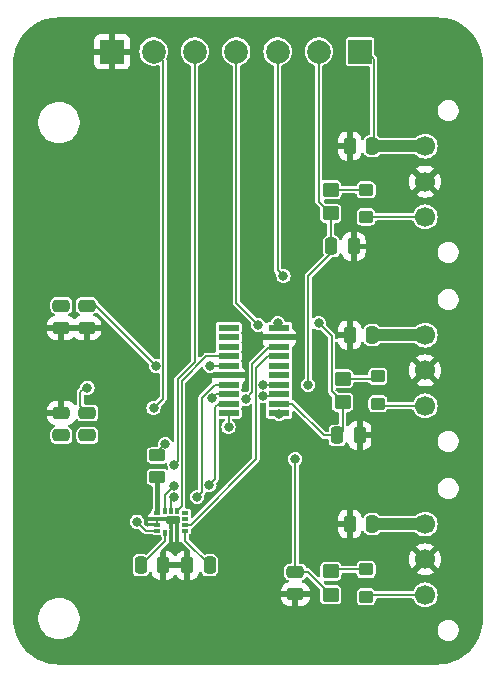
<source format=gtl>
%TF.GenerationSoftware,KiCad,Pcbnew,7.0.9*%
%TF.CreationDate,2023-11-20T14:18:04-06:00*%
%TF.ProjectId,Telemetry-Peripheral-SOM-Daughterboard-IMU,54656c65-6d65-4747-9279-2d5065726970,rev?*%
%TF.SameCoordinates,Original*%
%TF.FileFunction,Copper,L1,Top*%
%TF.FilePolarity,Positive*%
%FSLAX46Y46*%
G04 Gerber Fmt 4.6, Leading zero omitted, Abs format (unit mm)*
G04 Created by KiCad (PCBNEW 7.0.9) date 2023-11-20 14:18:04*
%MOMM*%
%LPD*%
G01*
G04 APERTURE LIST*
G04 Aperture macros list*
%AMRoundRect*
0 Rectangle with rounded corners*
0 $1 Rounding radius*
0 $2 $3 $4 $5 $6 $7 $8 $9 X,Y pos of 4 corners*
0 Add a 4 corners polygon primitive as box body*
4,1,4,$2,$3,$4,$5,$6,$7,$8,$9,$2,$3,0*
0 Add four circle primitives for the rounded corners*
1,1,$1+$1,$2,$3*
1,1,$1+$1,$4,$5*
1,1,$1+$1,$6,$7*
1,1,$1+$1,$8,$9*
0 Add four rect primitives between the rounded corners*
20,1,$1+$1,$2,$3,$4,$5,0*
20,1,$1+$1,$4,$5,$6,$7,0*
20,1,$1+$1,$6,$7,$8,$9,0*
20,1,$1+$1,$8,$9,$2,$3,0*%
G04 Aperture macros list end*
%TA.AperFunction,SMDPad,CuDef*%
%ADD10RoundRect,0.250000X-0.250000X-0.475000X0.250000X-0.475000X0.250000X0.475000X-0.250000X0.475000X0*%
%TD*%
%TA.AperFunction,SMDPad,CuDef*%
%ADD11RoundRect,0.250000X0.250000X0.475000X-0.250000X0.475000X-0.250000X-0.475000X0.250000X-0.475000X0*%
%TD*%
%TA.AperFunction,SMDPad,CuDef*%
%ADD12RoundRect,0.250000X0.475000X-0.250000X0.475000X0.250000X-0.475000X0.250000X-0.475000X-0.250000X0*%
%TD*%
%TA.AperFunction,ComponentPad*%
%ADD13C,1.700000*%
%TD*%
%TA.AperFunction,SMDPad,CuDef*%
%ADD14RoundRect,0.250000X-0.350000X0.275000X-0.350000X-0.275000X0.350000X-0.275000X0.350000X0.275000X0*%
%TD*%
%TA.AperFunction,ComponentPad*%
%ADD15C,2.000000*%
%TD*%
%TA.AperFunction,SMDPad,CuDef*%
%ADD16R,1.800000X0.550000*%
%TD*%
%TA.AperFunction,SMDPad,CuDef*%
%ADD17RoundRect,0.250000X-0.475000X0.250000X-0.475000X-0.250000X0.475000X-0.250000X0.475000X0.250000X0*%
%TD*%
%TA.AperFunction,SMDPad,CuDef*%
%ADD18RoundRect,0.250000X0.450000X-0.350000X0.450000X0.350000X-0.450000X0.350000X-0.450000X-0.350000X0*%
%TD*%
%TA.AperFunction,SMDPad,CuDef*%
%ADD19R,2.000000X2.000000*%
%TD*%
%TA.AperFunction,SMDPad,CuDef*%
%ADD20R,0.533400X0.304800*%
%TD*%
%TA.AperFunction,SMDPad,CuDef*%
%ADD21R,0.304800X0.533400*%
%TD*%
%TA.AperFunction,SMDPad,CuDef*%
%ADD22RoundRect,0.250000X-0.450000X0.262500X-0.450000X-0.262500X0.450000X-0.262500X0.450000X0.262500X0*%
%TD*%
%TA.AperFunction,ViaPad*%
%ADD23C,0.800000*%
%TD*%
%TA.AperFunction,Conductor*%
%ADD24C,1.000000*%
%TD*%
%TA.AperFunction,Conductor*%
%ADD25C,0.200000*%
%TD*%
%TA.AperFunction,Conductor*%
%ADD26C,0.400000*%
%TD*%
G04 APERTURE END LIST*
D10*
%TO.P,C1,1*%
%TO.N,+3.3V*%
X156931401Y-107500000D03*
%TO.P,C1,2*%
%TO.N,GND*%
X158831401Y-107500000D03*
%TD*%
%TO.P,C9,1*%
%TO.N,/PA1*%
X173050000Y-80500000D03*
%TO.P,C9,2*%
%TO.N,GND*%
X174950000Y-80500000D03*
%TD*%
D11*
%TO.P,C8,1*%
%TO.N,+3.3V*%
X176500000Y-104000000D03*
%TO.P,C8,2*%
%TO.N,GND*%
X174600000Y-104000000D03*
%TD*%
D12*
%TO.P,C6,1*%
%TO.N,Net-(IC1-VCM)*%
X150200000Y-96500000D03*
%TO.P,C6,2*%
%TO.N,GND*%
X150200000Y-94600000D03*
%TD*%
D13*
%TO.P,J4,1,Pin_1*%
%TO.N,+3.3V*%
X181000000Y-88000000D03*
%TO.P,J4,2,Pin_2*%
%TO.N,GND*%
X181000000Y-91000000D03*
%TO.P,J4,3,Pin_3*%
%TO.N,Net-(J4-Pin_3)*%
X181000000Y-94000000D03*
%TD*%
%TO.P,J3,1,Pin_1*%
%TO.N,+3.3V*%
X181000000Y-72000000D03*
%TO.P,J3,2,Pin_2*%
%TO.N,GND*%
X181000000Y-75000000D03*
%TO.P,J3,3,Pin_3*%
%TO.N,Net-(J3-Pin_3)*%
X181000000Y-78000000D03*
%TD*%
D14*
%TO.P,FB2,1*%
%TO.N,Net-(FB2-Pad1)*%
X176000000Y-75700000D03*
%TO.P,FB2,2*%
%TO.N,Net-(J3-Pin_3)*%
X176000000Y-78000000D03*
%TD*%
D11*
%TO.P,C12,1*%
%TO.N,+3.3V*%
X176500000Y-88000000D03*
%TO.P,C12,2*%
%TO.N,GND*%
X174600000Y-88000000D03*
%TD*%
D15*
%TO.P,Airflow_SDA,1,1*%
%TO.N,/I2C1_SDA*%
X158000000Y-64000000D03*
%TD*%
D16*
%TO.P,J1,1,Pin_1*%
%TO.N,/SPI2_MOSI*%
X164350000Y-87400000D03*
%TO.P,J1,2,Pin_2*%
%TO.N,+3.3V*%
X168650000Y-87400000D03*
%TO.P,J1,3,Pin_3*%
%TO.N,/SPI2_MISO*%
X164350000Y-88200000D03*
%TO.P,J1,4,Pin_4*%
%TO.N,GND*%
X168650000Y-88200000D03*
%TO.P,J1,5,Pin_5*%
%TO.N,/SPI2_SCK*%
X164350000Y-89000000D03*
%TO.P,J1,6,Pin_6*%
%TO.N,/I2C2_SDA*%
X168650000Y-89000000D03*
%TO.P,J1,7,Pin_7*%
%TO.N,/SPI2_NSS*%
X164350000Y-89800000D03*
%TO.P,J1,8,Pin_8*%
%TO.N,/I2C2_SCL*%
X168650000Y-89800000D03*
%TO.P,J1,9,Pin_9*%
%TO.N,+3.3V*%
X164350000Y-90600000D03*
%TO.P,J1,10,Pin_10*%
%TO.N,VDDA*%
X168650000Y-90600000D03*
%TO.P,J1,11,Pin_11*%
%TO.N,GND*%
X164350000Y-91400000D03*
%TO.P,J1,12,Pin_12*%
%TO.N,GNDA*%
X168650000Y-91400000D03*
%TO.P,J1,13,Pin_13*%
%TO.N,/SPI1_SCK*%
X164350000Y-92200000D03*
%TO.P,J1,14,Pin_14*%
%TO.N,/I2C1_SCL*%
X168650000Y-92200000D03*
%TO.P,J1,15,Pin_15*%
%TO.N,/SPI1_MISO*%
X164350000Y-93000000D03*
%TO.P,J1,16,Pin_16*%
%TO.N,/I2C1_SDA*%
X168650000Y-93000000D03*
%TO.P,J1,17,Pin_17*%
%TO.N,/SPI1_MOSI*%
X164350000Y-93800000D03*
%TO.P,J1,18,Pin_18*%
%TO.N,/PA2*%
X168650000Y-93800000D03*
%TO.P,J1,19,Pin_19*%
%TO.N,/SPI1_NSS*%
X164350000Y-94600000D03*
%TO.P,J1,20,Pin_20*%
%TO.N,/PA1*%
X168650000Y-94600000D03*
%TD*%
D11*
%TO.P,C10,1*%
%TO.N,+3.3V*%
X176500000Y-72000000D03*
%TO.P,C10,2*%
%TO.N,GND*%
X174600000Y-72000000D03*
%TD*%
D10*
%TO.P,C11,1*%
%TO.N,/PA2*%
X173550000Y-96500000D03*
%TO.P,C11,2*%
%TO.N,GND*%
X175450000Y-96500000D03*
%TD*%
D17*
%TO.P,C5,1*%
%TO.N,Net-(IC1-TP1)*%
X152400000Y-94600000D03*
%TO.P,C5,2*%
%TO.N,Net-(IC1-TP2)*%
X152400000Y-96500000D03*
%TD*%
D15*
%TO.P,Temp1,1,1*%
%TO.N,/SPI1_NSS*%
X161500000Y-64000000D03*
%TD*%
D18*
%TO.P,R3,1*%
%TO.N,/PA1*%
X173000000Y-77700000D03*
%TO.P,R3,2*%
%TO.N,Net-(FB2-Pad1)*%
X173000000Y-75700000D03*
%TD*%
D15*
%TO.P,Temp3,1,1*%
%TO.N,/PA2*%
X168500000Y-64000000D03*
%TD*%
D17*
%TO.P,C4,1*%
%TO.N,Net-(IC1-VREG)*%
X150200000Y-85500000D03*
%TO.P,C4,2*%
%TO.N,GND*%
X150200000Y-87400000D03*
%TD*%
%TO.P,C3,1*%
%TO.N,+3.3V*%
X152350000Y-85500000D03*
%TO.P,C3,2*%
%TO.N,GND*%
X152350000Y-87400000D03*
%TD*%
D19*
%TO.P,3.3V_TP1,1,1*%
%TO.N,+3.3V*%
X175500000Y-64000000D03*
%TD*%
D17*
%TO.P,C7,1*%
%TO.N,/SPI1_NSS*%
X170000000Y-108050000D03*
%TO.P,C7,2*%
%TO.N,GND*%
X170000000Y-109950000D03*
%TD*%
D20*
%TO.P,U1,1,SDO/SA0*%
%TO.N,Net-(U1-SDO{slash}SA0)*%
X158318901Y-103049698D03*
%TO.P,U1,2,SDX*%
%TO.N,GND*%
X158318901Y-103549699D03*
%TO.P,U1,3,SCX*%
X158318901Y-104049699D03*
%TO.P,U1,4,INT1*%
%TO.N,/I2C2_SDA*%
X158318901Y-104549700D03*
D21*
%TO.P,U1,5,VDD_IO*%
%TO.N,+3.3V*%
X159000002Y-104726799D03*
%TO.P,U1,6,GND*%
%TO.N,GND*%
X159500001Y-104726799D03*
%TO.P,U1,7,GND*%
X160000000Y-104726799D03*
D20*
%TO.P,U1,8,VDD*%
%TO.N,+3.3V*%
X160681101Y-104549700D03*
%TO.P,U1,9,INT2*%
%TO.N,/I2C2_SCL*%
X160681101Y-104049699D03*
%TO.P,U1,10,OCS_AUX*%
%TO.N,unconnected-(U1-OCS_AUX-Pad10)*%
X160681101Y-103549699D03*
%TO.P,U1,11,SDO_AUX*%
%TO.N,unconnected-(U1-SDO_AUX-Pad11)*%
X160681101Y-103049698D03*
D21*
%TO.P,U1,12,CS*%
%TO.N,/SPI2_NSS*%
X160000000Y-102872599D03*
%TO.P,U1,13,SCL*%
%TO.N,/SPI1_SCK*%
X159500001Y-102872599D03*
%TO.P,U1,14,SDA*%
%TO.N,/SPI1_MOSI*%
X159000002Y-102872599D03*
%TD*%
D18*
%TO.P,R2,1*%
%TO.N,/SPI1_NSS*%
X173000000Y-110000000D03*
%TO.P,R2,2*%
%TO.N,Net-(FB1-Pad1)*%
X173000000Y-108000000D03*
%TD*%
D22*
%TO.P,R1,1*%
%TO.N,/SPI1_MISO*%
X158331401Y-98187500D03*
%TO.P,R1,2*%
%TO.N,Net-(U1-SDO{slash}SA0)*%
X158331401Y-100012500D03*
%TD*%
D18*
%TO.P,R4,1*%
%TO.N,/PA2*%
X174000000Y-93700000D03*
%TO.P,R4,2*%
%TO.N,Net-(FB3-Pad1)*%
X174000000Y-91700000D03*
%TD*%
D14*
%TO.P,FB3,1*%
%TO.N,Net-(FB3-Pad1)*%
X177000000Y-91500000D03*
%TO.P,FB3,2*%
%TO.N,Net-(J4-Pin_3)*%
X177000000Y-93800000D03*
%TD*%
D11*
%TO.P,C2,1*%
%TO.N,+3.3V*%
X162750000Y-107500000D03*
%TO.P,C2,2*%
%TO.N,GND*%
X160850000Y-107500000D03*
%TD*%
D15*
%TO.P,Airflow_SCL,1,1*%
%TO.N,/I2C1_SCL*%
X165000000Y-64000000D03*
%TD*%
D14*
%TO.P,FB1,1*%
%TO.N,Net-(FB1-Pad1)*%
X176000000Y-107850000D03*
%TO.P,FB1,2*%
%TO.N,Net-(J2-Pin_3)*%
X176000000Y-110150000D03*
%TD*%
D19*
%TO.P,GND_TP1,1,1*%
%TO.N,GND*%
X154500000Y-64000000D03*
%TD*%
D13*
%TO.P,J2,1,Pin_1*%
%TO.N,+3.3V*%
X181000000Y-104000000D03*
%TO.P,J2,2,Pin_2*%
%TO.N,GND*%
X181000000Y-107000000D03*
%TO.P,J2,3,Pin_3*%
%TO.N,Net-(J2-Pin_3)*%
X181000000Y-110000000D03*
%TD*%
D15*
%TO.P,Temp2,1,1*%
%TO.N,/PA1*%
X172000000Y-64000000D03*
%TD*%
D23*
%TO.N,+3.3V*%
X176550000Y-72000000D03*
X156931401Y-107500000D03*
X168500000Y-87000000D03*
X162800000Y-90600000D03*
X176500000Y-88000000D03*
X158200000Y-90600000D03*
X176500000Y-104000000D03*
X162750000Y-107500000D03*
X152350000Y-85500000D03*
%TO.N,GND*%
X181000000Y-99000000D03*
X147383830Y-62762558D03*
X146585528Y-109355637D03*
X146583830Y-67762558D03*
X149000000Y-100000000D03*
X158000000Y-111000000D03*
X149000000Y-105000000D03*
X185000000Y-89000000D03*
X185436073Y-112003095D03*
X156000000Y-68000000D03*
X149000000Y-83000000D03*
X184636073Y-114203095D03*
X149783830Y-61762558D03*
X146585528Y-112155637D03*
X181000000Y-83000000D03*
X181793828Y-61675222D03*
X179436073Y-115203095D03*
X168000000Y-102500000D03*
X178993828Y-61675222D03*
X149785528Y-115355637D03*
X170000000Y-78000000D03*
X178200000Y-66800000D03*
X170000000Y-68000000D03*
X147594185Y-114537612D03*
X183993828Y-62475222D03*
X181000000Y-66800000D03*
X152583830Y-61762558D03*
X184500000Y-70000000D03*
X165000000Y-111000000D03*
X184993828Y-67675222D03*
X185436073Y-109203095D03*
X152585528Y-115355637D03*
X163000000Y-68000000D03*
X156000000Y-78000000D03*
X174500000Y-68000000D03*
X163000000Y-78000000D03*
X146583830Y-64962558D03*
X149000000Y-78000000D03*
X184993828Y-64875222D03*
X182236073Y-115203095D03*
%TO.N,/I2C2_SDA*%
X156600000Y-103800000D03*
X165800000Y-93400000D03*
%TO.N,/SPI1_SCK*%
X159739515Y-101701471D03*
X161700000Y-101700000D03*
%TO.N,/I2C1_SCL*%
X167300000Y-92200000D03*
X166863641Y-87136359D03*
%TO.N,/SPI1_MISO*%
X162936460Y-93345689D03*
X159000000Y-97250000D03*
%TO.N,/I2C1_SDA*%
X167300000Y-93126503D03*
X158000000Y-94200000D03*
%TO.N,/SPI1_MOSI*%
X162726500Y-100700000D03*
X159747234Y-100775001D03*
%TO.N,/SPI1_NSS*%
X159773500Y-99000000D03*
X164350000Y-95800000D03*
X170000000Y-98500000D03*
%TO.N,Net-(IC1-VREG)*%
X150200000Y-85500000D03*
%TO.N,Net-(IC1-VCM)*%
X150200000Y-96500000D03*
%TO.N,Net-(IC1-TP2)*%
X152400000Y-96500000D03*
%TO.N,Net-(IC1-TP1)*%
X152400000Y-92450000D03*
%TO.N,/PA1*%
X171100000Y-92200000D03*
X168650000Y-94674502D03*
%TO.N,/PA2*%
X172000000Y-87000000D03*
X169000000Y-83000000D03*
%TD*%
D24*
%TO.N,+3.3V*%
X176550000Y-72000000D02*
X176500000Y-72000000D01*
X181000000Y-88000000D02*
X176500000Y-88000000D01*
D25*
X153100000Y-85500000D02*
X158200000Y-90600000D01*
X176627000Y-71923000D02*
X176550000Y-72000000D01*
X159000002Y-105431399D02*
X159000002Y-104726799D01*
X152350000Y-85500000D02*
X153100000Y-85500000D01*
X156931401Y-107500000D02*
X159000002Y-105431399D01*
X162800000Y-90600000D02*
X164350000Y-90600000D01*
D26*
X168500000Y-87000000D02*
X168500000Y-87250000D01*
D25*
X176627000Y-64627000D02*
X176627000Y-71923000D01*
X160681101Y-105431101D02*
X160681101Y-104549700D01*
D24*
X176550000Y-72000000D02*
X181000000Y-72000000D01*
D26*
X168500000Y-87250000D02*
X168650000Y-87400000D01*
D25*
X175500000Y-63500000D02*
X176627000Y-64627000D01*
D24*
X176500000Y-104000000D02*
X181000000Y-104000000D01*
D25*
X162750000Y-107500000D02*
X160681101Y-105431101D01*
%TO.N,GND*%
X170550000Y-110000000D02*
X170500000Y-109950000D01*
X158318901Y-103549699D02*
X158318901Y-104049699D01*
%TO.N,/I2C2_SDA*%
X157349700Y-104549700D02*
X158318901Y-104549700D01*
X165800000Y-93400000D02*
X166346000Y-92854000D01*
X166346000Y-90454000D02*
X167800000Y-89000000D01*
X156600000Y-103800000D02*
X157349700Y-104549700D01*
X167800000Y-89000000D02*
X168650000Y-89000000D01*
X166346000Y-92854000D02*
X166346000Y-90454000D01*
%TO.N,/SPI2_NSS*%
X160400000Y-91868629D02*
X160400000Y-102472599D01*
X160400000Y-102472599D02*
X160000000Y-102872599D01*
X162468629Y-89800000D02*
X160400000Y-91868629D01*
X164350000Y-89800000D02*
X162468629Y-89800000D01*
%TO.N,/I2C2_SCL*%
X160681101Y-104049699D02*
X161147801Y-104049699D01*
X167700000Y-89800000D02*
X168650000Y-89800000D01*
X161147801Y-104049699D02*
X166673000Y-98524500D01*
X166673000Y-98524500D02*
X166673000Y-90827000D01*
X166673000Y-90827000D02*
X167700000Y-89800000D01*
%TO.N,/SPI1_SCK*%
X161700000Y-101700000D02*
X162100000Y-101300000D01*
X159739515Y-101701471D02*
X159500001Y-101940985D01*
X162100000Y-93295437D02*
X163195437Y-92200000D01*
X159500001Y-101940985D02*
X159500001Y-102872599D01*
X162100000Y-101300000D02*
X162100000Y-93295437D01*
X163195437Y-92200000D02*
X164350000Y-92200000D01*
%TO.N,/I2C1_SCL*%
X165000000Y-64000000D02*
X165000000Y-85272718D01*
X165000000Y-85272718D02*
X166863641Y-87136359D01*
X167300000Y-92200000D02*
X168650000Y-92200000D01*
%TO.N,/SPI1_MISO*%
X163282149Y-93000000D02*
X164350000Y-93000000D01*
X158331401Y-97918599D02*
X158331401Y-98187500D01*
X159000000Y-97250000D02*
X158331401Y-97918599D01*
X162936460Y-93345689D02*
X163282149Y-93000000D01*
%TO.N,/I2C1_SDA*%
X158827000Y-93373000D02*
X158000000Y-94200000D01*
X158000000Y-64000000D02*
X158827000Y-64827000D01*
X167300000Y-93126503D02*
X168523497Y-93126503D01*
X158827000Y-64827000D02*
X158827000Y-93373000D01*
X168523497Y-93126503D02*
X168650000Y-93000000D01*
%TO.N,/SPI1_MOSI*%
X163521000Y-93800000D02*
X164350000Y-93800000D01*
X163200000Y-100226500D02*
X163200000Y-94121000D01*
X159747234Y-100775001D02*
X159000002Y-101522233D01*
X163200000Y-94121000D02*
X163521000Y-93800000D01*
X159000002Y-101522233D02*
X159000002Y-102872599D01*
X162726500Y-100700000D02*
X163200000Y-100226500D01*
%TO.N,/SPI1_NSS*%
X161500000Y-90306181D02*
X160073000Y-91733181D01*
X170000000Y-98500000D02*
X170000000Y-108050000D01*
X161500000Y-64000000D02*
X161500000Y-90306181D01*
X164350000Y-95800000D02*
X164350000Y-94600000D01*
X160073000Y-98700500D02*
X159773500Y-99000000D01*
X173000000Y-110000000D02*
X171050000Y-108050000D01*
X160073000Y-91733181D02*
X160073000Y-98700500D01*
X171050000Y-108050000D02*
X170000000Y-108050000D01*
D26*
%TO.N,Net-(U1-SDO{slash}SA0)*%
X158318901Y-100025000D02*
X158318901Y-102997299D01*
D25*
%TO.N,Net-(IC1-TP1)*%
X152400000Y-92450000D02*
X152200000Y-92450000D01*
X151800000Y-94000000D02*
X152400000Y-94600000D01*
X151800000Y-92850000D02*
X151800000Y-94000000D01*
X152200000Y-92450000D02*
X151800000Y-92850000D01*
%TO.N,/PA1*%
X173000000Y-80450000D02*
X173050000Y-80500000D01*
X173000000Y-77700000D02*
X173000000Y-80450000D01*
X172000000Y-64000000D02*
X172000000Y-76700000D01*
X171100000Y-92200000D02*
X171100000Y-83000000D01*
X172000000Y-76700000D02*
X173000000Y-77700000D01*
X173050000Y-80500000D02*
X173050000Y-81050000D01*
X173050000Y-81050000D02*
X171100000Y-83000000D01*
%TO.N,/PA2*%
X174000000Y-93700000D02*
X174000000Y-96100000D01*
X169750000Y-93800000D02*
X168650000Y-93800000D01*
X168500000Y-82500000D02*
X169000000Y-83000000D01*
X168500000Y-64000000D02*
X168500000Y-82500000D01*
X172000000Y-87000000D02*
X173073000Y-88073000D01*
X173600000Y-96500000D02*
X172450000Y-96500000D01*
X174000000Y-96100000D02*
X173600000Y-96500000D01*
X173073000Y-92773000D02*
X174000000Y-93700000D01*
X172450000Y-96500000D02*
X169750000Y-93800000D01*
X173073000Y-88073000D02*
X173073000Y-92773000D01*
%TO.N,Net-(FB1-Pad1)*%
X176000000Y-107850000D02*
X173150000Y-107850000D01*
X173150000Y-107850000D02*
X173000000Y-108000000D01*
X173300000Y-107700000D02*
X173000000Y-108000000D01*
%TO.N,Net-(J2-Pin_3)*%
X176000000Y-110000000D02*
X181000000Y-110000000D01*
%TO.N,Net-(FB2-Pad1)*%
X176000000Y-75700000D02*
X173000000Y-75700000D01*
%TO.N,Net-(J3-Pin_3)*%
X176000000Y-78000000D02*
X181000000Y-78000000D01*
%TO.N,Net-(FB3-Pad1)*%
X176800000Y-91700000D02*
X174000000Y-91700000D01*
X174700000Y-91500000D02*
X174500000Y-91700000D01*
X177000000Y-91500000D02*
X176800000Y-91700000D01*
%TO.N,Net-(J4-Pin_3)*%
X181000000Y-94000000D02*
X177200000Y-94000000D01*
X177200000Y-94000000D02*
X177000000Y-93800000D01*
%TD*%
%TA.AperFunction,Conductor*%
%TO.N,GND*%
G36*
X182001424Y-61100566D02*
G01*
X182356938Y-61117003D01*
X182362630Y-61117529D01*
X182713699Y-61166501D01*
X182719318Y-61167551D01*
X183064366Y-61248706D01*
X183069858Y-61250269D01*
X183405954Y-61362917D01*
X183411264Y-61364974D01*
X183735548Y-61508159D01*
X183740648Y-61510698D01*
X183925184Y-61613484D01*
X184050312Y-61683180D01*
X184055183Y-61686196D01*
X184347612Y-61886514D01*
X184352171Y-61889957D01*
X184602000Y-62097412D01*
X184624869Y-62116402D01*
X184629103Y-62120262D01*
X184879737Y-62370896D01*
X184883595Y-62375128D01*
X185110040Y-62647824D01*
X185113485Y-62652387D01*
X185313803Y-62944816D01*
X185316819Y-62949687D01*
X185489295Y-63259340D01*
X185491844Y-63264459D01*
X185635020Y-63588724D01*
X185637084Y-63594051D01*
X185749728Y-63930134D01*
X185751296Y-63935645D01*
X185832446Y-64280673D01*
X185833499Y-64286305D01*
X185882468Y-64637356D01*
X185882996Y-64643061D01*
X185899434Y-64998575D01*
X185899500Y-65001439D01*
X185899500Y-111998560D01*
X185899434Y-112001424D01*
X185882996Y-112356938D01*
X185882468Y-112362643D01*
X185833499Y-112713694D01*
X185832446Y-112719326D01*
X185751296Y-113064354D01*
X185749728Y-113069865D01*
X185637084Y-113405948D01*
X185635017Y-113411283D01*
X185515814Y-113681254D01*
X185491849Y-113735530D01*
X185489295Y-113740659D01*
X185316819Y-114050312D01*
X185313803Y-114055183D01*
X185113485Y-114347612D01*
X185110032Y-114352185D01*
X184883597Y-114624869D01*
X184879737Y-114629103D01*
X184629103Y-114879737D01*
X184624869Y-114883597D01*
X184352185Y-115110032D01*
X184347612Y-115113485D01*
X184055183Y-115313803D01*
X184050312Y-115316819D01*
X183740659Y-115489295D01*
X183735531Y-115491848D01*
X183411283Y-115635017D01*
X183405948Y-115637084D01*
X183069865Y-115749728D01*
X183064354Y-115751296D01*
X182719326Y-115832446D01*
X182713694Y-115833499D01*
X182362643Y-115882468D01*
X182356938Y-115882996D01*
X182001424Y-115899434D01*
X181998560Y-115899500D01*
X150001440Y-115899500D01*
X149998576Y-115899434D01*
X149643061Y-115882996D01*
X149637356Y-115882468D01*
X149286305Y-115833499D01*
X149280673Y-115832446D01*
X148935645Y-115751296D01*
X148930134Y-115749728D01*
X148594051Y-115637084D01*
X148588724Y-115635020D01*
X148264459Y-115491844D01*
X148259340Y-115489295D01*
X147949687Y-115316819D01*
X147944816Y-115313803D01*
X147652387Y-115113485D01*
X147647824Y-115110040D01*
X147375128Y-114883595D01*
X147370896Y-114879737D01*
X147120262Y-114629103D01*
X147116402Y-114624869D01*
X147114343Y-114622389D01*
X146889957Y-114352171D01*
X146886514Y-114347612D01*
X146686196Y-114055183D01*
X146683180Y-114050312D01*
X146585451Y-113874855D01*
X146510698Y-113740648D01*
X146508159Y-113735548D01*
X146364974Y-113411264D01*
X146362915Y-113405948D01*
X146319491Y-113276390D01*
X146250269Y-113069858D01*
X146248706Y-113064366D01*
X146167551Y-112719318D01*
X146166500Y-112713694D01*
X146156609Y-112642788D01*
X146117529Y-112362630D01*
X146117003Y-112356938D01*
X146106579Y-112131489D01*
X148245500Y-112131489D01*
X148284690Y-112391503D01*
X148284692Y-112391509D01*
X148362202Y-112642788D01*
X148476295Y-112879705D01*
X148476297Y-112879707D01*
X148476298Y-112879710D01*
X148624430Y-113096980D01*
X148803290Y-113289746D01*
X149008883Y-113453701D01*
X149236616Y-113585183D01*
X149481402Y-113681254D01*
X149737772Y-113739769D01*
X149737778Y-113739769D01*
X149737781Y-113739770D01*
X149934340Y-113754500D01*
X149934346Y-113754500D01*
X150065660Y-113754500D01*
X150262218Y-113739770D01*
X150262220Y-113739769D01*
X150262228Y-113739769D01*
X150518598Y-113681254D01*
X150763384Y-113585183D01*
X150991117Y-113453701D01*
X151196710Y-113289746D01*
X151375570Y-113096980D01*
X151377950Y-113093489D01*
X182070500Y-113093489D01*
X182109374Y-113276384D01*
X182109376Y-113276390D01*
X182185427Y-113447199D01*
X182185429Y-113447204D01*
X182295330Y-113598469D01*
X182434286Y-113723586D01*
X182596213Y-113817074D01*
X182596215Y-113817075D01*
X182774044Y-113874855D01*
X182913380Y-113889500D01*
X182913385Y-113889500D01*
X183006615Y-113889500D01*
X183006620Y-113889500D01*
X183145956Y-113874855D01*
X183323785Y-113817075D01*
X183485715Y-113723585D01*
X183624669Y-113598470D01*
X183734573Y-113447200D01*
X183810625Y-113276385D01*
X183849500Y-113093490D01*
X183849500Y-112906510D01*
X183810625Y-112723615D01*
X183810623Y-112723609D01*
X183740946Y-112567115D01*
X183734573Y-112552800D01*
X183734570Y-112552796D01*
X183734570Y-112552795D01*
X183624669Y-112401530D01*
X183485713Y-112276413D01*
X183323786Y-112182925D01*
X183145960Y-112125146D01*
X183145958Y-112125145D01*
X183106145Y-112120960D01*
X183006620Y-112110500D01*
X182913380Y-112110500D01*
X182826295Y-112119653D01*
X182774041Y-112125145D01*
X182774039Y-112125146D01*
X182596213Y-112182925D01*
X182434286Y-112276413D01*
X182295330Y-112401530D01*
X182185429Y-112552795D01*
X182185427Y-112552800D01*
X182109376Y-112723609D01*
X182109374Y-112723615D01*
X182070500Y-112906510D01*
X182070500Y-113093489D01*
X151377950Y-113093489D01*
X151523702Y-112879710D01*
X151637798Y-112642788D01*
X151715308Y-112391508D01*
X151754500Y-112131482D01*
X151754500Y-111868518D01*
X151715308Y-111608492D01*
X151637798Y-111357212D01*
X151523702Y-111120290D01*
X151375570Y-110903020D01*
X151196710Y-110710254D01*
X150991117Y-110546299D01*
X150763384Y-110414817D01*
X150518598Y-110318746D01*
X150518593Y-110318744D01*
X150518584Y-110318742D01*
X150300501Y-110268966D01*
X150262228Y-110260231D01*
X150262227Y-110260230D01*
X150262223Y-110260230D01*
X150262218Y-110260229D01*
X150065660Y-110245500D01*
X150065654Y-110245500D01*
X149934346Y-110245500D01*
X149934340Y-110245500D01*
X149737781Y-110260229D01*
X149737776Y-110260230D01*
X149481415Y-110318742D01*
X149481396Y-110318748D01*
X149236615Y-110414817D01*
X149008883Y-110546299D01*
X148803290Y-110710254D01*
X148803288Y-110710256D01*
X148624430Y-110903019D01*
X148476295Y-111120294D01*
X148362202Y-111357211D01*
X148284692Y-111608490D01*
X148284690Y-111608496D01*
X148245500Y-111868510D01*
X148245500Y-112131489D01*
X146106579Y-112131489D01*
X146100566Y-112001424D01*
X146100500Y-111998560D01*
X146100500Y-110200000D01*
X168775001Y-110200000D01*
X168775001Y-110249986D01*
X168785494Y-110352697D01*
X168840641Y-110519119D01*
X168840643Y-110519124D01*
X168932684Y-110668345D01*
X169056654Y-110792315D01*
X169205875Y-110884356D01*
X169205880Y-110884358D01*
X169372302Y-110939505D01*
X169372309Y-110939506D01*
X169475019Y-110949999D01*
X169749999Y-110949999D01*
X169750000Y-110949998D01*
X169750000Y-110200000D01*
X170250000Y-110200000D01*
X170250000Y-110949999D01*
X170524972Y-110949999D01*
X170524986Y-110949998D01*
X170627697Y-110939505D01*
X170794119Y-110884358D01*
X170794124Y-110884356D01*
X170943345Y-110792315D01*
X171067315Y-110668345D01*
X171159356Y-110519124D01*
X171159358Y-110519119D01*
X171214505Y-110352697D01*
X171214506Y-110352690D01*
X171224999Y-110249986D01*
X171225000Y-110249973D01*
X171225000Y-110200000D01*
X170250000Y-110200000D01*
X169750000Y-110200000D01*
X168775001Y-110200000D01*
X146100500Y-110200000D01*
X146100500Y-109700000D01*
X168775000Y-109700000D01*
X171224999Y-109700000D01*
X171224999Y-109650028D01*
X171224998Y-109650013D01*
X171214505Y-109547302D01*
X171159358Y-109380880D01*
X171159356Y-109380875D01*
X171067315Y-109231654D01*
X170943345Y-109107684D01*
X170794124Y-109015643D01*
X170794119Y-109015641D01*
X170625917Y-108959905D01*
X170568472Y-108920133D01*
X170541649Y-108855617D01*
X170553964Y-108786841D01*
X170601507Y-108735641D01*
X170623966Y-108725158D01*
X170623972Y-108725156D01*
X170687882Y-108702793D01*
X170797150Y-108622150D01*
X170877793Y-108512882D01*
X170877792Y-108512882D01*
X170881453Y-108507923D01*
X170937100Y-108465672D01*
X171006756Y-108460213D01*
X171068306Y-108493280D01*
X171068904Y-108493875D01*
X172064389Y-109489360D01*
X172097874Y-109550683D01*
X172100167Y-109588607D01*
X172099500Y-109595726D01*
X172099500Y-110404269D01*
X172102353Y-110434699D01*
X172102353Y-110434701D01*
X172131895Y-110519124D01*
X172147207Y-110562882D01*
X172227850Y-110672150D01*
X172337118Y-110752793D01*
X172379845Y-110767744D01*
X172465299Y-110797646D01*
X172495730Y-110800500D01*
X172495734Y-110800500D01*
X173504270Y-110800500D01*
X173534699Y-110797646D01*
X173534701Y-110797646D01*
X173598790Y-110775219D01*
X173662882Y-110752793D01*
X173772150Y-110672150D01*
X173852793Y-110562882D01*
X173875219Y-110498790D01*
X173882050Y-110479269D01*
X175199500Y-110479269D01*
X175202353Y-110509699D01*
X175202353Y-110509701D01*
X175247206Y-110637880D01*
X175247207Y-110637882D01*
X175327850Y-110747150D01*
X175437118Y-110827793D01*
X175479845Y-110842744D01*
X175565299Y-110872646D01*
X175595730Y-110875500D01*
X175595734Y-110875500D01*
X176404270Y-110875500D01*
X176434699Y-110872646D01*
X176434701Y-110872646D01*
X176498790Y-110850219D01*
X176562882Y-110827793D01*
X176672150Y-110747150D01*
X176752793Y-110637882D01*
X176784839Y-110546299D01*
X176797646Y-110509701D01*
X176797646Y-110509699D01*
X176800500Y-110479269D01*
X176800500Y-110424500D01*
X176820185Y-110357461D01*
X176872989Y-110311706D01*
X176924500Y-110300500D01*
X179901421Y-110300500D01*
X179968460Y-110320185D01*
X180014215Y-110372989D01*
X180020081Y-110388503D01*
X180024768Y-110403954D01*
X180122315Y-110586450D01*
X180122317Y-110586452D01*
X180253589Y-110746410D01*
X180319499Y-110800500D01*
X180413550Y-110877685D01*
X180596046Y-110975232D01*
X180794066Y-111035300D01*
X180794065Y-111035300D01*
X180812529Y-111037118D01*
X181000000Y-111055583D01*
X181205934Y-111035300D01*
X181403954Y-110975232D01*
X181586450Y-110877685D01*
X181746410Y-110746410D01*
X181877685Y-110586450D01*
X181975232Y-110403954D01*
X182035300Y-110205934D01*
X182055583Y-110000000D01*
X182035300Y-109794066D01*
X181975232Y-109596046D01*
X181877685Y-109413550D01*
X181807353Y-109327850D01*
X181746410Y-109253589D01*
X181586452Y-109122317D01*
X181586453Y-109122317D01*
X181586450Y-109122315D01*
X181403954Y-109024768D01*
X181205934Y-108964700D01*
X181205932Y-108964699D01*
X181205934Y-108964699D01*
X181000000Y-108944417D01*
X180794067Y-108964699D01*
X180596043Y-109024769D01*
X180485898Y-109083643D01*
X180413550Y-109122315D01*
X180413548Y-109122316D01*
X180413547Y-109122317D01*
X180253589Y-109253589D01*
X180149126Y-109380880D01*
X180122315Y-109413550D01*
X180090962Y-109472207D01*
X180024769Y-109596043D01*
X180024768Y-109596046D01*
X180020081Y-109611497D01*
X179981783Y-109669935D01*
X179917970Y-109698391D01*
X179901421Y-109699500D01*
X176842980Y-109699500D01*
X176775941Y-109679815D01*
X176743210Y-109649133D01*
X176672151Y-109552851D01*
X176669213Y-109550683D01*
X176562882Y-109472207D01*
X176562880Y-109472206D01*
X176434700Y-109427353D01*
X176404270Y-109424500D01*
X176404266Y-109424500D01*
X175595734Y-109424500D01*
X175595730Y-109424500D01*
X175565300Y-109427353D01*
X175565298Y-109427353D01*
X175437119Y-109472206D01*
X175437117Y-109472207D01*
X175327850Y-109552850D01*
X175247207Y-109662117D01*
X175247206Y-109662119D01*
X175202353Y-109790298D01*
X175202353Y-109790300D01*
X175199500Y-109820730D01*
X175199500Y-110479269D01*
X173882050Y-110479269D01*
X173897646Y-110434701D01*
X173897646Y-110434699D01*
X173900500Y-110404269D01*
X173900500Y-109595730D01*
X173897646Y-109565300D01*
X173897646Y-109565298D01*
X173852793Y-109437119D01*
X173852792Y-109437117D01*
X173845586Y-109427353D01*
X173772150Y-109327850D01*
X173662882Y-109247207D01*
X173662880Y-109247206D01*
X173534700Y-109202353D01*
X173504270Y-109199500D01*
X173504266Y-109199500D01*
X172675834Y-109199500D01*
X172608795Y-109179815D01*
X172588153Y-109163181D01*
X172437153Y-109012181D01*
X172403668Y-108950858D01*
X172408652Y-108881166D01*
X172450524Y-108825233D01*
X172515988Y-108800816D01*
X172524834Y-108800500D01*
X173504270Y-108800500D01*
X173534699Y-108797646D01*
X173534701Y-108797646D01*
X173598790Y-108775219D01*
X173662882Y-108752793D01*
X173772150Y-108672150D01*
X173852793Y-108562882D01*
X173887797Y-108462847D01*
X173897646Y-108434701D01*
X173897646Y-108434699D01*
X173900500Y-108404269D01*
X173900500Y-108274500D01*
X173920185Y-108207461D01*
X173972989Y-108161706D01*
X174024500Y-108150500D01*
X175093656Y-108150500D01*
X175160695Y-108170185D01*
X175206450Y-108222989D01*
X175210697Y-108233544D01*
X175231893Y-108294117D01*
X175247207Y-108337882D01*
X175327850Y-108447150D01*
X175437118Y-108527793D01*
X175479845Y-108542744D01*
X175565299Y-108572646D01*
X175595730Y-108575500D01*
X175595734Y-108575500D01*
X176404270Y-108575500D01*
X176434699Y-108572646D01*
X176434701Y-108572646D01*
X176498790Y-108550219D01*
X176562882Y-108527793D01*
X176672150Y-108447150D01*
X176752793Y-108337882D01*
X176775346Y-108273429D01*
X176797646Y-108209701D01*
X176797646Y-108209699D01*
X176800500Y-108179269D01*
X176800500Y-107520730D01*
X176797646Y-107490300D01*
X176797646Y-107490298D01*
X176752793Y-107362119D01*
X176752792Y-107362117D01*
X176672150Y-107252850D01*
X176562882Y-107172207D01*
X176562880Y-107172206D01*
X176434700Y-107127353D01*
X176404270Y-107124500D01*
X176404266Y-107124500D01*
X175595734Y-107124500D01*
X175595730Y-107124500D01*
X175565300Y-107127353D01*
X175565298Y-107127353D01*
X175437119Y-107172206D01*
X175437117Y-107172207D01*
X175327850Y-107252850D01*
X175247207Y-107362117D01*
X175210697Y-107466456D01*
X175169975Y-107523231D01*
X175105022Y-107548978D01*
X175093656Y-107549500D01*
X173980099Y-107549500D01*
X173913060Y-107529815D01*
X173867305Y-107477011D01*
X173863065Y-107466474D01*
X173852793Y-107437118D01*
X173772150Y-107327850D01*
X173662882Y-107247207D01*
X173662880Y-107247206D01*
X173534700Y-107202353D01*
X173504270Y-107199500D01*
X173504266Y-107199500D01*
X172495734Y-107199500D01*
X172495730Y-107199500D01*
X172465300Y-107202353D01*
X172465298Y-107202353D01*
X172337119Y-107247206D01*
X172337117Y-107247207D01*
X172227850Y-107327850D01*
X172147207Y-107437117D01*
X172147206Y-107437119D01*
X172102353Y-107565298D01*
X172102353Y-107565300D01*
X172099500Y-107595730D01*
X172099500Y-108375166D01*
X172079815Y-108442205D01*
X172027011Y-108487960D01*
X171957853Y-108497904D01*
X171894297Y-108468879D01*
X171887819Y-108462847D01*
X171454237Y-108029266D01*
X171306915Y-107881944D01*
X171301278Y-107875465D01*
X171293956Y-107865770D01*
X171258624Y-107833560D01*
X171256573Y-107831602D01*
X171242797Y-107817826D01*
X171240586Y-107816311D01*
X171233853Y-107810978D01*
X171210933Y-107790084D01*
X171204470Y-107787580D01*
X171179192Y-107774256D01*
X171173481Y-107770344D01*
X171173478Y-107770343D01*
X171173479Y-107770343D01*
X171143302Y-107763244D01*
X171135094Y-107760703D01*
X171106173Y-107749500D01*
X171099249Y-107749500D01*
X171070858Y-107746206D01*
X171064119Y-107744621D01*
X171039629Y-107748037D01*
X170970513Y-107737802D01*
X170917902Y-107691825D01*
X170905460Y-107666186D01*
X170877793Y-107587118D01*
X170797150Y-107477850D01*
X170687882Y-107397207D01*
X170687880Y-107397206D01*
X170559700Y-107352353D01*
X170529270Y-107349500D01*
X170529266Y-107349500D01*
X170424500Y-107349500D01*
X170357461Y-107329815D01*
X170311706Y-107277011D01*
X170300500Y-107225500D01*
X170300500Y-107000001D01*
X179644843Y-107000001D01*
X179665430Y-107235315D01*
X179665432Y-107235326D01*
X179726566Y-107463483D01*
X179726570Y-107463492D01*
X179826400Y-107677579D01*
X179826402Y-107677583D01*
X179885072Y-107761373D01*
X179885073Y-107761373D01*
X180508866Y-107137580D01*
X180531318Y-107214040D01*
X180610605Y-107337413D01*
X180721438Y-107433451D01*
X180854839Y-107494373D01*
X180858633Y-107494918D01*
X180238625Y-108114925D01*
X180322421Y-108173599D01*
X180536507Y-108273429D01*
X180536516Y-108273433D01*
X180764673Y-108334567D01*
X180764684Y-108334569D01*
X180999998Y-108355157D01*
X181000002Y-108355157D01*
X181235315Y-108334569D01*
X181235326Y-108334567D01*
X181463483Y-108273433D01*
X181463492Y-108273429D01*
X181677578Y-108173600D01*
X181677582Y-108173598D01*
X181761373Y-108114926D01*
X181761373Y-108114925D01*
X181141365Y-107494918D01*
X181145161Y-107494373D01*
X181278562Y-107433451D01*
X181389395Y-107337413D01*
X181468682Y-107214040D01*
X181491133Y-107137580D01*
X182114925Y-107761373D01*
X182114926Y-107761373D01*
X182173598Y-107677582D01*
X182173600Y-107677578D01*
X182273429Y-107463492D01*
X182273433Y-107463483D01*
X182334567Y-107235326D01*
X182334569Y-107235315D01*
X182355157Y-107000001D01*
X182355157Y-106999998D01*
X182334569Y-106764684D01*
X182334567Y-106764673D01*
X182273433Y-106536516D01*
X182273429Y-106536507D01*
X182173600Y-106322423D01*
X182173599Y-106322421D01*
X182114925Y-106238626D01*
X182114925Y-106238625D01*
X181491132Y-106862418D01*
X181468682Y-106785960D01*
X181389395Y-106662587D01*
X181278562Y-106566549D01*
X181145161Y-106505627D01*
X181141366Y-106505081D01*
X181761373Y-105885073D01*
X181761373Y-105885072D01*
X181677583Y-105826402D01*
X181677579Y-105826400D01*
X181463492Y-105726570D01*
X181463483Y-105726566D01*
X181235326Y-105665432D01*
X181235315Y-105665430D01*
X181000002Y-105644843D01*
X180999998Y-105644843D01*
X180764684Y-105665430D01*
X180764673Y-105665432D01*
X180536516Y-105726566D01*
X180536507Y-105726570D01*
X180322419Y-105826401D01*
X180238625Y-105885072D01*
X180858634Y-106505081D01*
X180854839Y-106505627D01*
X180721438Y-106566549D01*
X180610605Y-106662587D01*
X180531318Y-106785960D01*
X180508867Y-106862419D01*
X179885073Y-106238625D01*
X179885072Y-106238625D01*
X179826401Y-106322419D01*
X179726570Y-106536507D01*
X179726566Y-106536516D01*
X179665432Y-106764673D01*
X179665430Y-106764684D01*
X179644843Y-106999998D01*
X179644843Y-107000001D01*
X170300500Y-107000001D01*
X170300500Y-104250000D01*
X173600001Y-104250000D01*
X173600001Y-104524986D01*
X173610494Y-104627697D01*
X173665641Y-104794119D01*
X173665643Y-104794124D01*
X173757684Y-104943345D01*
X173881654Y-105067315D01*
X174030875Y-105159356D01*
X174030880Y-105159358D01*
X174197302Y-105214505D01*
X174197309Y-105214506D01*
X174300019Y-105224999D01*
X174349999Y-105224998D01*
X174350000Y-105224998D01*
X174350000Y-104250000D01*
X173600001Y-104250000D01*
X170300500Y-104250000D01*
X170300500Y-103750000D01*
X173600000Y-103750000D01*
X174350000Y-103750000D01*
X174350000Y-102775000D01*
X174850000Y-102775000D01*
X174850000Y-105224999D01*
X174899972Y-105224999D01*
X174899986Y-105224998D01*
X175002697Y-105214505D01*
X175169119Y-105159358D01*
X175169124Y-105159356D01*
X175318345Y-105067315D01*
X175442315Y-104943345D01*
X175534356Y-104794124D01*
X175534359Y-104794117D01*
X175590094Y-104625918D01*
X175629866Y-104568473D01*
X175694382Y-104541649D01*
X175763158Y-104553964D01*
X175814358Y-104601506D01*
X175824841Y-104623965D01*
X175826147Y-104627697D01*
X175847207Y-104687882D01*
X175927850Y-104797150D01*
X176037118Y-104877793D01*
X176054371Y-104883830D01*
X176165299Y-104922646D01*
X176195730Y-104925500D01*
X176195734Y-104925500D01*
X176804270Y-104925500D01*
X176834699Y-104922646D01*
X176834701Y-104922646D01*
X176899978Y-104899804D01*
X176962882Y-104877793D01*
X177072150Y-104797150D01*
X177106308Y-104750866D01*
X177161956Y-104708616D01*
X177206079Y-104700500D01*
X180157265Y-104700500D01*
X180224304Y-104720185D01*
X180249119Y-104742274D01*
X180249287Y-104742107D01*
X180252165Y-104744985D01*
X180253114Y-104745830D01*
X180253590Y-104746410D01*
X180413550Y-104877685D01*
X180596046Y-104975232D01*
X180794066Y-105035300D01*
X180794065Y-105035300D01*
X180812529Y-105037118D01*
X181000000Y-105055583D01*
X181205934Y-105035300D01*
X181403954Y-104975232D01*
X181586450Y-104877685D01*
X181746410Y-104746410D01*
X181877685Y-104586450D01*
X181975232Y-104403954D01*
X182035300Y-104205934D01*
X182055583Y-104000000D01*
X182035300Y-103794066D01*
X181975232Y-103596046D01*
X181877685Y-103413550D01*
X181817427Y-103340125D01*
X181746410Y-103253589D01*
X181586452Y-103122317D01*
X181586453Y-103122317D01*
X181586450Y-103122315D01*
X181403954Y-103024768D01*
X181205934Y-102964700D01*
X181205932Y-102964699D01*
X181205934Y-102964699D01*
X181000000Y-102944417D01*
X180794067Y-102964699D01*
X180596043Y-103024769D01*
X180503005Y-103074500D01*
X180413550Y-103122315D01*
X180413548Y-103122316D01*
X180413547Y-103122317D01*
X180253591Y-103253588D01*
X180253115Y-103254169D01*
X180252787Y-103254391D01*
X180249287Y-103257893D01*
X180248622Y-103257228D01*
X180195368Y-103293501D01*
X180157265Y-103299500D01*
X177206079Y-103299500D01*
X177139040Y-103279815D01*
X177106308Y-103249133D01*
X177072151Y-103202851D01*
X177072150Y-103202850D01*
X176962882Y-103122207D01*
X176962880Y-103122206D01*
X176834700Y-103077353D01*
X176804270Y-103074500D01*
X176804266Y-103074500D01*
X176195734Y-103074500D01*
X176195730Y-103074500D01*
X176165300Y-103077353D01*
X176165298Y-103077353D01*
X176037119Y-103122206D01*
X176037117Y-103122207D01*
X175927850Y-103202850D01*
X175847207Y-103312117D01*
X175824842Y-103376033D01*
X175784120Y-103432808D01*
X175719167Y-103458555D01*
X175650605Y-103445098D01*
X175600203Y-103396711D01*
X175590095Y-103374081D01*
X175534358Y-103205880D01*
X175534356Y-103205875D01*
X175442315Y-103056654D01*
X175318345Y-102932684D01*
X175169124Y-102840643D01*
X175169119Y-102840641D01*
X175002697Y-102785494D01*
X175002690Y-102785493D01*
X174899986Y-102775000D01*
X174850000Y-102775000D01*
X174350000Y-102775000D01*
X174349999Y-102774999D01*
X174300029Y-102775000D01*
X174300011Y-102775001D01*
X174197302Y-102785494D01*
X174030880Y-102840641D01*
X174030875Y-102840643D01*
X173881654Y-102932684D01*
X173757684Y-103056654D01*
X173665643Y-103205875D01*
X173665641Y-103205880D01*
X173610494Y-103372302D01*
X173610493Y-103372309D01*
X173600000Y-103475013D01*
X173600000Y-103750000D01*
X170300500Y-103750000D01*
X170300500Y-101093489D01*
X182070500Y-101093489D01*
X182109374Y-101276384D01*
X182109376Y-101276390D01*
X182156030Y-101381174D01*
X182182692Y-101441058D01*
X182185427Y-101447199D01*
X182185429Y-101447204D01*
X182295330Y-101598469D01*
X182434286Y-101723586D01*
X182596213Y-101817074D01*
X182596215Y-101817075D01*
X182774044Y-101874855D01*
X182913380Y-101889500D01*
X182913385Y-101889500D01*
X183006615Y-101889500D01*
X183006620Y-101889500D01*
X183145956Y-101874855D01*
X183323785Y-101817075D01*
X183485715Y-101723585D01*
X183624669Y-101598470D01*
X183734573Y-101447200D01*
X183810625Y-101276385D01*
X183849500Y-101093490D01*
X183849500Y-100906510D01*
X183810625Y-100723615D01*
X183810623Y-100723609D01*
X183756005Y-100600938D01*
X183734573Y-100552800D01*
X183734570Y-100552796D01*
X183734570Y-100552795D01*
X183624669Y-100401530D01*
X183485713Y-100276413D01*
X183323786Y-100182925D01*
X183145960Y-100125146D01*
X183145958Y-100125145D01*
X183106145Y-100120960D01*
X183006620Y-100110500D01*
X182913380Y-100110500D01*
X182826295Y-100119653D01*
X182774041Y-100125145D01*
X182774039Y-100125146D01*
X182596213Y-100182925D01*
X182434286Y-100276413D01*
X182295330Y-100401530D01*
X182185429Y-100552795D01*
X182185427Y-100552800D01*
X182109376Y-100723609D01*
X182109374Y-100723615D01*
X182070500Y-100906510D01*
X182070500Y-101093489D01*
X170300500Y-101093489D01*
X170300500Y-99087482D01*
X170320185Y-99020443D01*
X170349014Y-98989106D01*
X170359346Y-98981178D01*
X170428282Y-98928282D01*
X170524536Y-98802841D01*
X170585044Y-98656762D01*
X170601628Y-98530792D01*
X170605682Y-98500001D01*
X170605682Y-98499998D01*
X170586295Y-98352743D01*
X170585044Y-98343238D01*
X170524536Y-98197159D01*
X170428282Y-98071718D01*
X170302841Y-97975464D01*
X170156762Y-97914956D01*
X170156760Y-97914955D01*
X170000001Y-97894318D01*
X169999999Y-97894318D01*
X169843239Y-97914955D01*
X169843237Y-97914956D01*
X169697160Y-97975463D01*
X169571718Y-98071718D01*
X169475463Y-98197160D01*
X169414956Y-98343237D01*
X169414955Y-98343239D01*
X169394318Y-98499998D01*
X169394318Y-98500001D01*
X169414955Y-98656760D01*
X169414956Y-98656762D01*
X169464254Y-98775779D01*
X169475464Y-98802841D01*
X169550400Y-98900500D01*
X169571719Y-98928283D01*
X169650986Y-98989106D01*
X169692189Y-99045534D01*
X169699500Y-99087482D01*
X169699500Y-107225500D01*
X169679815Y-107292539D01*
X169627011Y-107338294D01*
X169575500Y-107349500D01*
X169470730Y-107349500D01*
X169440300Y-107352353D01*
X169440298Y-107352353D01*
X169312119Y-107397206D01*
X169312117Y-107397207D01*
X169202850Y-107477850D01*
X169122207Y-107587117D01*
X169122206Y-107587119D01*
X169077353Y-107715298D01*
X169077353Y-107715300D01*
X169074500Y-107745730D01*
X169074500Y-108354269D01*
X169077353Y-108384699D01*
X169077353Y-108384701D01*
X169122206Y-108512880D01*
X169122207Y-108512882D01*
X169202850Y-108622150D01*
X169312118Y-108702793D01*
X169376033Y-108725158D01*
X169432807Y-108765878D01*
X169458555Y-108830830D01*
X169445099Y-108899392D01*
X169396712Y-108949795D01*
X169374082Y-108959904D01*
X169205878Y-109015642D01*
X169205875Y-109015643D01*
X169056654Y-109107684D01*
X168932684Y-109231654D01*
X168840643Y-109380875D01*
X168840641Y-109380880D01*
X168785494Y-109547302D01*
X168785493Y-109547309D01*
X168775000Y-109650013D01*
X168775000Y-109700000D01*
X146100500Y-109700000D01*
X146100500Y-103800001D01*
X155994318Y-103800001D01*
X156014955Y-103956760D01*
X156014956Y-103956762D01*
X156063020Y-104072800D01*
X156075464Y-104102841D01*
X156171718Y-104228282D01*
X156297159Y-104324536D01*
X156443238Y-104385044D01*
X156493993Y-104391726D01*
X156599999Y-104405682D01*
X156600000Y-104405682D01*
X156699061Y-104392640D01*
X156768096Y-104403405D01*
X156802927Y-104427898D01*
X157092778Y-104717749D01*
X157098421Y-104724233D01*
X157105741Y-104733926D01*
X157105742Y-104733928D01*
X157124323Y-104750867D01*
X157141075Y-104766139D01*
X157143123Y-104768094D01*
X157156903Y-104781874D01*
X157159113Y-104783388D01*
X157165843Y-104788718D01*
X157171773Y-104794124D01*
X157188765Y-104809615D01*
X157188766Y-104809615D01*
X157188767Y-104809616D01*
X157195221Y-104812116D01*
X157220506Y-104825444D01*
X157224319Y-104828055D01*
X157226219Y-104829357D01*
X157256410Y-104836457D01*
X157264605Y-104838995D01*
X157293527Y-104850200D01*
X157300452Y-104850200D01*
X157328840Y-104853493D01*
X157335581Y-104855079D01*
X157366291Y-104850794D01*
X157374866Y-104850200D01*
X157875343Y-104850200D01*
X157942382Y-104869885D01*
X157944234Y-104871098D01*
X157973970Y-104890967D01*
X157973971Y-104890968D01*
X158032448Y-104902599D01*
X158032451Y-104902600D01*
X158523817Y-104902600D01*
X158590856Y-104922285D01*
X158636611Y-104975089D01*
X158645318Y-105007391D01*
X158645913Y-105007273D01*
X158658733Y-105071728D01*
X158658734Y-105071729D01*
X158678604Y-105101466D01*
X158699482Y-105168143D01*
X158699502Y-105170357D01*
X158699502Y-105255565D01*
X158679817Y-105322604D01*
X158663183Y-105343246D01*
X157441924Y-106564504D01*
X157380601Y-106597989D01*
X157313290Y-106593865D01*
X157266100Y-106577353D01*
X157235671Y-106574500D01*
X157235667Y-106574500D01*
X156627135Y-106574500D01*
X156627131Y-106574500D01*
X156596701Y-106577353D01*
X156596699Y-106577353D01*
X156468520Y-106622206D01*
X156468518Y-106622207D01*
X156359251Y-106702850D01*
X156278608Y-106812117D01*
X156278607Y-106812119D01*
X156233754Y-106940298D01*
X156233754Y-106940300D01*
X156230901Y-106970730D01*
X156230901Y-108029269D01*
X156233754Y-108059699D01*
X156233754Y-108059701D01*
X156275593Y-108179266D01*
X156278608Y-108187882D01*
X156359251Y-108297150D01*
X156468519Y-108377793D01*
X156511246Y-108392744D01*
X156596700Y-108422646D01*
X156627131Y-108425500D01*
X156627135Y-108425500D01*
X157235671Y-108425500D01*
X157266100Y-108422646D01*
X157266102Y-108422646D01*
X157330191Y-108400219D01*
X157394283Y-108377793D01*
X157503551Y-108297150D01*
X157584194Y-108187882D01*
X157606559Y-108123964D01*
X157647278Y-108067192D01*
X157712231Y-108041444D01*
X157780793Y-108054900D01*
X157831196Y-108103287D01*
X157841305Y-108125917D01*
X157897043Y-108294121D01*
X157897044Y-108294124D01*
X157989085Y-108443345D01*
X158113055Y-108567315D01*
X158262276Y-108659356D01*
X158262281Y-108659358D01*
X158428703Y-108714505D01*
X158428710Y-108714506D01*
X158531420Y-108724999D01*
X158581400Y-108724998D01*
X158581401Y-108724998D01*
X158581401Y-107750000D01*
X159081401Y-107750000D01*
X159081401Y-108724999D01*
X159131373Y-108724999D01*
X159131387Y-108724998D01*
X159234098Y-108714505D01*
X159400520Y-108659358D01*
X159400525Y-108659356D01*
X159549746Y-108567315D01*
X159673718Y-108443343D01*
X159735161Y-108343728D01*
X159787109Y-108297003D01*
X159856071Y-108285780D01*
X159920153Y-108313623D01*
X159946239Y-108343727D01*
X160007684Y-108443345D01*
X160131654Y-108567315D01*
X160280875Y-108659356D01*
X160280880Y-108659358D01*
X160447302Y-108714505D01*
X160447309Y-108714506D01*
X160550019Y-108724999D01*
X160599999Y-108724998D01*
X160600000Y-108724998D01*
X160600000Y-107750000D01*
X159081401Y-107750000D01*
X158581401Y-107750000D01*
X158581401Y-107250000D01*
X159081401Y-107250000D01*
X160600000Y-107250000D01*
X160600000Y-106275000D01*
X160599999Y-106274999D01*
X160550029Y-106275000D01*
X160550011Y-106275001D01*
X160447302Y-106285494D01*
X160280880Y-106340641D01*
X160280875Y-106340643D01*
X160131654Y-106432684D01*
X160007683Y-106556655D01*
X160007680Y-106556659D01*
X159946238Y-106656272D01*
X159894290Y-106702997D01*
X159825328Y-106714218D01*
X159761246Y-106686375D01*
X159735161Y-106656272D01*
X159673716Y-106556654D01*
X159549746Y-106432684D01*
X159400525Y-106340643D01*
X159400520Y-106340641D01*
X159234098Y-106285494D01*
X159234091Y-106285493D01*
X159131387Y-106275000D01*
X159081401Y-106275000D01*
X159081401Y-107250000D01*
X158581401Y-107250000D01*
X158581401Y-106326332D01*
X158601086Y-106259293D01*
X158617715Y-106238656D01*
X159168065Y-105688306D01*
X159174538Y-105682675D01*
X159184226Y-105675358D01*
X159184230Y-105675357D01*
X159216451Y-105640010D01*
X159218359Y-105638012D01*
X159232177Y-105624196D01*
X159233694Y-105621980D01*
X159239019Y-105615255D01*
X159259918Y-105592332D01*
X159262417Y-105585879D01*
X159275747Y-105560588D01*
X159279659Y-105554879D01*
X159279659Y-105554877D01*
X159284771Y-105547416D01*
X159333263Y-105507836D01*
X159347601Y-105493499D01*
X159347601Y-105052109D01*
X159349984Y-105027915D01*
X159352902Y-105013246D01*
X159352902Y-104440350D01*
X159349984Y-104425682D01*
X159347601Y-104401489D01*
X159347601Y-103960099D01*
X159652401Y-103960099D01*
X159652401Y-105493499D01*
X159700219Y-105493499D01*
X159700236Y-105493498D01*
X159736742Y-105489573D01*
X159763255Y-105489573D01*
X159799758Y-105493498D01*
X159799772Y-105493499D01*
X159847600Y-105493499D01*
X159847600Y-103960099D01*
X159799763Y-103960099D01*
X159763251Y-103964024D01*
X159736748Y-103964024D01*
X159700235Y-103960099D01*
X159652401Y-103960099D01*
X159347601Y-103960099D01*
X159299756Y-103960099D01*
X159240221Y-103966501D01*
X159238106Y-103967001D01*
X159236417Y-103966910D01*
X159232514Y-103967330D01*
X159232445Y-103966697D01*
X159168337Y-103963255D01*
X159111669Y-103922383D01*
X159086093Y-103857362D01*
X159085888Y-103852772D01*
X159085778Y-103852778D01*
X159085600Y-103849470D01*
X159081675Y-103812954D01*
X159081675Y-103786444D01*
X159085600Y-103749927D01*
X159085601Y-103749926D01*
X159085601Y-103702099D01*
X157552201Y-103702099D01*
X157552201Y-103749935D01*
X157556126Y-103786448D01*
X157556126Y-103812950D01*
X157552201Y-103849462D01*
X157552201Y-103897299D01*
X158347301Y-103897299D01*
X158414340Y-103916984D01*
X158460095Y-103969788D01*
X158471301Y-104021299D01*
X158471301Y-104072800D01*
X158451616Y-104139839D01*
X158398812Y-104185594D01*
X158347301Y-104196800D01*
X158032453Y-104196800D01*
X158017792Y-104199716D01*
X157993601Y-104202099D01*
X157531318Y-104202099D01*
X157515988Y-104210469D01*
X157446296Y-104205482D01*
X157401954Y-104176983D01*
X157227898Y-104002927D01*
X157194413Y-103941604D01*
X157192640Y-103899063D01*
X157205682Y-103800000D01*
X157205642Y-103799699D01*
X157185044Y-103643239D01*
X157185044Y-103643238D01*
X157124536Y-103497159D01*
X157028282Y-103371718D01*
X156902841Y-103275464D01*
X156858815Y-103257228D01*
X156756762Y-103214956D01*
X156756760Y-103214955D01*
X156600001Y-103194318D01*
X156599999Y-103194318D01*
X156443239Y-103214955D01*
X156443237Y-103214956D01*
X156297160Y-103275463D01*
X156171718Y-103371718D01*
X156075463Y-103497160D01*
X156014956Y-103643237D01*
X156014955Y-103643239D01*
X155994318Y-103799998D01*
X155994318Y-103800001D01*
X146100500Y-103800001D01*
X146100500Y-100329269D01*
X157430901Y-100329269D01*
X157433754Y-100359699D01*
X157433754Y-100359701D01*
X157477048Y-100483424D01*
X157478608Y-100487882D01*
X157559251Y-100597150D01*
X157668519Y-100677793D01*
X157709312Y-100692067D01*
X157796697Y-100722645D01*
X157796699Y-100722645D01*
X157796702Y-100722646D01*
X157805977Y-100723515D01*
X157870885Y-100749372D01*
X157911511Y-100806216D01*
X157918401Y-100846974D01*
X157918401Y-102699039D01*
X157898716Y-102766078D01*
X157897503Y-102767930D01*
X157863333Y-102819067D01*
X157863332Y-102819068D01*
X157850512Y-102883524D01*
X157847829Y-102882990D01*
X157826063Y-102936856D01*
X157803151Y-102959156D01*
X157695013Y-103040108D01*
X157695010Y-103040111D01*
X157608850Y-103155205D01*
X157608846Y-103155212D01*
X157558604Y-103289919D01*
X157558602Y-103289926D01*
X157552201Y-103349454D01*
X157552201Y-103397299D01*
X157993601Y-103397299D01*
X158017792Y-103399681D01*
X158032453Y-103402598D01*
X158307927Y-103402598D01*
X158310379Y-103402791D01*
X158318901Y-103402791D01*
X158327423Y-103402791D01*
X158329875Y-103402598D01*
X158605349Y-103402598D01*
X158620009Y-103399681D01*
X158644201Y-103397299D01*
X159085599Y-103397299D01*
X159109288Y-103373610D01*
X159170611Y-103340125D01*
X159172707Y-103339688D01*
X159225811Y-103329125D01*
X159274192Y-103329126D01*
X159327848Y-103339798D01*
X159327851Y-103339799D01*
X159327853Y-103339799D01*
X159672151Y-103339799D01*
X159672152Y-103339798D01*
X159685062Y-103337230D01*
X159725809Y-103329126D01*
X159774191Y-103329126D01*
X159827847Y-103339798D01*
X159827850Y-103339799D01*
X160089901Y-103339799D01*
X160156940Y-103359484D01*
X160202695Y-103412288D01*
X160213901Y-103463799D01*
X160213901Y-103721851D01*
X160224574Y-103775508D01*
X160224574Y-103823891D01*
X160216012Y-103866933D01*
X160183626Y-103928844D01*
X160182077Y-103930422D01*
X160152400Y-103960099D01*
X160152400Y-105493499D01*
X160200228Y-105493499D01*
X160200244Y-105493498D01*
X160259767Y-105487098D01*
X160262306Y-105486498D01*
X160264337Y-105486606D01*
X160267488Y-105486268D01*
X160267542Y-105486778D01*
X160332076Y-105490230D01*
X160388752Y-105531090D01*
X160396259Y-105541888D01*
X160412361Y-105567894D01*
X160416364Y-105575487D01*
X160428895Y-105603866D01*
X160428896Y-105603867D01*
X160428897Y-105603869D01*
X160433790Y-105608762D01*
X160451536Y-105631166D01*
X160455178Y-105637049D01*
X160455181Y-105637052D01*
X160455182Y-105637053D01*
X160457743Y-105638987D01*
X160479927Y-105655740D01*
X160486412Y-105661383D01*
X161063681Y-106238652D01*
X161097166Y-106299975D01*
X161100000Y-106326333D01*
X161100000Y-108724999D01*
X161149972Y-108724999D01*
X161149986Y-108724998D01*
X161252697Y-108714505D01*
X161419119Y-108659358D01*
X161419124Y-108659356D01*
X161568345Y-108567315D01*
X161692315Y-108443345D01*
X161784356Y-108294124D01*
X161784359Y-108294117D01*
X161840094Y-108125918D01*
X161879866Y-108068473D01*
X161944382Y-108041649D01*
X162013158Y-108053964D01*
X162064358Y-108101506D01*
X162074841Y-108123965D01*
X162094192Y-108179266D01*
X162097207Y-108187882D01*
X162177850Y-108297150D01*
X162287118Y-108377793D01*
X162329845Y-108392744D01*
X162415299Y-108422646D01*
X162445730Y-108425500D01*
X162445734Y-108425500D01*
X163054270Y-108425500D01*
X163084699Y-108422646D01*
X163084701Y-108422646D01*
X163148790Y-108400219D01*
X163212882Y-108377793D01*
X163322150Y-108297150D01*
X163402793Y-108187882D01*
X163444576Y-108068473D01*
X163447646Y-108059701D01*
X163447646Y-108059699D01*
X163450500Y-108029269D01*
X163450500Y-106970730D01*
X163447646Y-106940300D01*
X163447646Y-106940298D01*
X163402793Y-106812119D01*
X163402792Y-106812117D01*
X163322150Y-106702850D01*
X163212882Y-106622207D01*
X163212880Y-106622206D01*
X163084700Y-106577353D01*
X163054270Y-106574500D01*
X163054266Y-106574500D01*
X162445734Y-106574500D01*
X162445730Y-106574500D01*
X162415305Y-106577353D01*
X162415298Y-106577354D01*
X162368110Y-106593866D01*
X162298332Y-106597427D01*
X162239476Y-106564505D01*
X161017920Y-105342949D01*
X160984435Y-105281626D01*
X160981601Y-105255268D01*
X160981601Y-104986933D01*
X161001286Y-104919894D01*
X161036706Y-104883834D01*
X161092353Y-104846652D01*
X161136668Y-104780331D01*
X161136668Y-104780329D01*
X161136669Y-104780329D01*
X161145898Y-104733928D01*
X161148301Y-104721848D01*
X161148301Y-104458765D01*
X161167986Y-104391726D01*
X161220790Y-104345971D01*
X161222079Y-104345391D01*
X161224141Y-104344480D01*
X161251430Y-104336031D01*
X161258234Y-104334760D01*
X161284598Y-104318435D01*
X161292193Y-104314432D01*
X161320566Y-104301905D01*
X161325462Y-104297008D01*
X161347870Y-104279260D01*
X161353753Y-104275618D01*
X161372450Y-104250857D01*
X161378067Y-104244402D01*
X166841059Y-98781410D01*
X166847532Y-98775779D01*
X166857224Y-98768459D01*
X166857228Y-98768458D01*
X166889459Y-98733100D01*
X166891367Y-98731102D01*
X166905174Y-98717297D01*
X166906684Y-98715092D01*
X166912023Y-98708351D01*
X166922226Y-98697159D01*
X166932916Y-98685433D01*
X166935416Y-98678978D01*
X166948749Y-98653682D01*
X166952656Y-98647981D01*
X166959757Y-98617785D01*
X166962292Y-98609601D01*
X166973500Y-98580673D01*
X166973500Y-98573748D01*
X166976795Y-98545355D01*
X166978378Y-98538623D01*
X166978379Y-98538619D01*
X166974095Y-98507908D01*
X166973500Y-98499333D01*
X166973500Y-93826818D01*
X166993185Y-93759779D01*
X167045989Y-93714024D01*
X167115147Y-93704080D01*
X167135339Y-93709619D01*
X167135387Y-93709443D01*
X167143236Y-93711546D01*
X167143238Y-93711547D01*
X167221619Y-93721866D01*
X167299999Y-93732185D01*
X167300000Y-93732185D01*
X167409316Y-93717793D01*
X167478350Y-93728558D01*
X167530605Y-93774938D01*
X167549500Y-93840732D01*
X167549500Y-94094752D01*
X167563515Y-94165209D01*
X167562239Y-94165462D01*
X167568317Y-94222023D01*
X167561303Y-94245910D01*
X167549500Y-94305247D01*
X167549500Y-94894752D01*
X167561131Y-94953229D01*
X167561132Y-94953230D01*
X167605447Y-95019552D01*
X167671769Y-95063867D01*
X167671770Y-95063868D01*
X167730247Y-95075499D01*
X167730250Y-95075500D01*
X167730252Y-95075500D01*
X168144069Y-95075500D01*
X168211108Y-95095185D01*
X168219556Y-95101124D01*
X168221716Y-95102781D01*
X168221718Y-95102784D01*
X168347159Y-95199038D01*
X168493238Y-95259546D01*
X168571619Y-95269865D01*
X168649999Y-95280184D01*
X168650000Y-95280184D01*
X168650001Y-95280184D01*
X168702254Y-95273304D01*
X168806762Y-95259546D01*
X168952841Y-95199038D01*
X169078282Y-95102784D01*
X169078283Y-95102781D01*
X169080444Y-95101124D01*
X169145614Y-95075930D01*
X169155931Y-95075500D01*
X169569750Y-95075500D01*
X169569751Y-95075499D01*
X169584568Y-95072552D01*
X169628229Y-95063868D01*
X169628229Y-95063867D01*
X169628231Y-95063867D01*
X169694552Y-95019552D01*
X169738867Y-94953231D01*
X169738867Y-94953229D01*
X169738868Y-94953229D01*
X169750499Y-94894752D01*
X169750500Y-94894750D01*
X169750500Y-94524834D01*
X169770185Y-94457795D01*
X169822989Y-94412040D01*
X169892147Y-94402096D01*
X169955703Y-94431121D01*
X169962181Y-94437153D01*
X172193081Y-96668053D01*
X172198723Y-96674537D01*
X172206039Y-96684224D01*
X172206040Y-96684225D01*
X172206042Y-96684228D01*
X172231727Y-96707644D01*
X172241364Y-96716429D01*
X172243412Y-96718384D01*
X172257203Y-96732175D01*
X172258663Y-96733175D01*
X172259419Y-96733693D01*
X172266158Y-96739031D01*
X172289063Y-96759913D01*
X172289064Y-96759914D01*
X172289067Y-96759916D01*
X172289070Y-96759917D01*
X172295521Y-96762416D01*
X172320806Y-96775743D01*
X172326520Y-96779657D01*
X172356703Y-96786756D01*
X172364911Y-96789298D01*
X172393825Y-96800500D01*
X172393827Y-96800500D01*
X172400752Y-96800500D01*
X172429140Y-96803793D01*
X172435881Y-96805379D01*
X172466591Y-96801094D01*
X172475166Y-96800500D01*
X172725500Y-96800500D01*
X172792539Y-96820185D01*
X172838294Y-96872989D01*
X172849500Y-96924500D01*
X172849500Y-97029269D01*
X172852353Y-97059699D01*
X172852353Y-97059701D01*
X172897206Y-97187880D01*
X172897207Y-97187882D01*
X172977850Y-97297150D01*
X173087118Y-97377793D01*
X173129845Y-97392744D01*
X173215299Y-97422646D01*
X173245730Y-97425500D01*
X173245734Y-97425500D01*
X173854270Y-97425500D01*
X173884699Y-97422646D01*
X173884701Y-97422646D01*
X173948790Y-97400219D01*
X174012882Y-97377793D01*
X174122150Y-97297150D01*
X174202793Y-97187882D01*
X174225158Y-97123964D01*
X174265877Y-97067192D01*
X174330830Y-97041444D01*
X174399392Y-97054900D01*
X174449795Y-97103287D01*
X174459904Y-97125917D01*
X174515642Y-97294121D01*
X174515643Y-97294124D01*
X174607684Y-97443345D01*
X174731654Y-97567315D01*
X174880875Y-97659356D01*
X174880880Y-97659358D01*
X175047302Y-97714505D01*
X175047309Y-97714506D01*
X175150019Y-97724999D01*
X175199999Y-97724998D01*
X175200000Y-97724998D01*
X175200000Y-96750000D01*
X175700000Y-96750000D01*
X175700000Y-97724999D01*
X175749972Y-97724999D01*
X175749986Y-97724998D01*
X175852697Y-97714505D01*
X176019119Y-97659358D01*
X176019124Y-97659356D01*
X176168345Y-97567315D01*
X176292315Y-97443345D01*
X176384356Y-97294124D01*
X176384358Y-97294119D01*
X176439505Y-97127697D01*
X176439506Y-97127690D01*
X176443000Y-97093490D01*
X182070500Y-97093490D01*
X182077769Y-97127690D01*
X182109374Y-97276384D01*
X182109376Y-97276390D01*
X182185427Y-97447199D01*
X182185429Y-97447204D01*
X182280162Y-97577592D01*
X182295331Y-97598470D01*
X182362952Y-97659356D01*
X182434286Y-97723586D01*
X182583195Y-97809558D01*
X182596215Y-97817075D01*
X182774044Y-97874855D01*
X182913380Y-97889500D01*
X182913385Y-97889500D01*
X183006615Y-97889500D01*
X183006620Y-97889500D01*
X183145956Y-97874855D01*
X183323785Y-97817075D01*
X183485715Y-97723585D01*
X183624669Y-97598470D01*
X183734573Y-97447200D01*
X183810625Y-97276385D01*
X183849500Y-97093490D01*
X183849500Y-96906510D01*
X183810625Y-96723615D01*
X183810623Y-96723609D01*
X183780073Y-96654996D01*
X183734573Y-96552800D01*
X183734570Y-96552796D01*
X183734570Y-96552795D01*
X183624669Y-96401530D01*
X183485713Y-96276413D01*
X183323786Y-96182925D01*
X183145960Y-96125146D01*
X183145958Y-96125145D01*
X183106145Y-96120960D01*
X183006620Y-96110500D01*
X182913380Y-96110500D01*
X182826295Y-96119653D01*
X182774041Y-96125145D01*
X182774039Y-96125146D01*
X182596213Y-96182925D01*
X182434286Y-96276413D01*
X182295330Y-96401530D01*
X182185429Y-96552795D01*
X182185427Y-96552800D01*
X182109376Y-96723609D01*
X182109374Y-96723615D01*
X182085763Y-96834701D01*
X182070500Y-96906510D01*
X182070500Y-97093490D01*
X176443000Y-97093490D01*
X176449999Y-97024986D01*
X176450000Y-97024973D01*
X176450000Y-96750000D01*
X175700000Y-96750000D01*
X175200000Y-96750000D01*
X175200000Y-95275000D01*
X175700000Y-95275000D01*
X175700000Y-96250000D01*
X176449999Y-96250000D01*
X176449999Y-95975028D01*
X176449998Y-95975013D01*
X176439505Y-95872302D01*
X176384358Y-95705880D01*
X176384356Y-95705875D01*
X176292315Y-95556654D01*
X176168345Y-95432684D01*
X176019124Y-95340643D01*
X176019119Y-95340641D01*
X175852697Y-95285494D01*
X175852690Y-95285493D01*
X175749986Y-95275000D01*
X175700000Y-95275000D01*
X175200000Y-95275000D01*
X175199999Y-95274999D01*
X175150029Y-95275000D01*
X175150011Y-95275001D01*
X175047302Y-95285494D01*
X174880880Y-95340641D01*
X174880875Y-95340643D01*
X174731654Y-95432684D01*
X174607683Y-95556655D01*
X174607680Y-95556659D01*
X174530038Y-95682537D01*
X174478091Y-95729262D01*
X174409128Y-95740483D01*
X174345046Y-95712640D01*
X174306190Y-95654571D01*
X174300500Y-95617440D01*
X174300500Y-94624500D01*
X174320185Y-94557461D01*
X174372989Y-94511706D01*
X174424500Y-94500500D01*
X174504270Y-94500500D01*
X174534699Y-94497646D01*
X174534701Y-94497646D01*
X174598790Y-94475219D01*
X174662882Y-94452793D01*
X174772150Y-94372150D01*
X174852793Y-94262882D01*
X174886970Y-94165209D01*
X174897646Y-94134701D01*
X174897646Y-94134699D01*
X174898155Y-94129269D01*
X176199500Y-94129269D01*
X176202353Y-94159699D01*
X176202353Y-94159701D01*
X176247206Y-94287880D01*
X176247207Y-94287882D01*
X176327850Y-94397150D01*
X176437118Y-94477793D01*
X176479845Y-94492744D01*
X176565299Y-94522646D01*
X176595730Y-94525500D01*
X176595734Y-94525500D01*
X177404270Y-94525500D01*
X177434699Y-94522646D01*
X177434701Y-94522646D01*
X177506145Y-94497646D01*
X177562882Y-94477793D01*
X177672150Y-94397150D01*
X177706308Y-94350866D01*
X177761956Y-94308616D01*
X177806079Y-94300500D01*
X179901421Y-94300500D01*
X179968460Y-94320185D01*
X180014215Y-94372989D01*
X180020081Y-94388503D01*
X180024768Y-94403954D01*
X180122315Y-94586450D01*
X180122317Y-94586452D01*
X180253589Y-94746410D01*
X180350209Y-94825702D01*
X180413550Y-94877685D01*
X180596046Y-94975232D01*
X180794066Y-95035300D01*
X180794065Y-95035300D01*
X180812529Y-95037118D01*
X181000000Y-95055583D01*
X181205934Y-95035300D01*
X181403954Y-94975232D01*
X181586450Y-94877685D01*
X181746410Y-94746410D01*
X181877685Y-94586450D01*
X181975232Y-94403954D01*
X182035300Y-94205934D01*
X182055583Y-94000000D01*
X182035300Y-93794066D01*
X181975232Y-93596046D01*
X181877685Y-93413550D01*
X181797869Y-93316293D01*
X181746410Y-93253589D01*
X181604489Y-93137119D01*
X181586450Y-93122315D01*
X181403954Y-93024768D01*
X181205934Y-92964700D01*
X181205932Y-92964699D01*
X181205934Y-92964699D01*
X181000000Y-92944417D01*
X180794067Y-92964699D01*
X180596043Y-93024769D01*
X180538210Y-93055682D01*
X180413550Y-93122315D01*
X180413548Y-93122316D01*
X180413547Y-93122317D01*
X180253589Y-93253589D01*
X180122317Y-93413547D01*
X180122315Y-93413550D01*
X180108018Y-93440298D01*
X180024769Y-93596043D01*
X180024768Y-93596046D01*
X180020081Y-93611497D01*
X179981783Y-93669935D01*
X179917970Y-93698391D01*
X179901421Y-93699500D01*
X177924500Y-93699500D01*
X177857461Y-93679815D01*
X177811706Y-93627011D01*
X177800500Y-93575500D01*
X177800500Y-93470730D01*
X177797646Y-93440300D01*
X177797646Y-93440298D01*
X177752793Y-93312119D01*
X177752792Y-93312117D01*
X177732666Y-93284847D01*
X177672150Y-93202850D01*
X177562882Y-93122207D01*
X177562880Y-93122206D01*
X177434700Y-93077353D01*
X177404270Y-93074500D01*
X177404266Y-93074500D01*
X176595734Y-93074500D01*
X176595730Y-93074500D01*
X176565300Y-93077353D01*
X176565298Y-93077353D01*
X176437119Y-93122206D01*
X176437117Y-93122207D01*
X176327850Y-93202850D01*
X176247207Y-93312117D01*
X176247206Y-93312119D01*
X176202353Y-93440298D01*
X176202353Y-93440300D01*
X176199500Y-93470730D01*
X176199500Y-94129269D01*
X174898155Y-94129269D01*
X174900500Y-94104269D01*
X174900500Y-93295730D01*
X174897646Y-93265300D01*
X174897646Y-93265298D01*
X174859976Y-93157646D01*
X174852793Y-93137118D01*
X174772150Y-93027850D01*
X174662882Y-92947207D01*
X174662880Y-92947206D01*
X174534700Y-92902353D01*
X174504270Y-92899500D01*
X174504266Y-92899500D01*
X173675833Y-92899500D01*
X173608794Y-92879815D01*
X173588152Y-92863181D01*
X173437152Y-92712181D01*
X173403667Y-92650858D01*
X173408651Y-92581166D01*
X173450523Y-92525233D01*
X173515987Y-92500816D01*
X173524833Y-92500500D01*
X174504270Y-92500500D01*
X174534699Y-92497646D01*
X174534701Y-92497646D01*
X174598790Y-92475219D01*
X174662882Y-92452793D01*
X174772150Y-92372150D01*
X174852793Y-92262882D01*
X174884034Y-92173600D01*
X174897646Y-92134701D01*
X174897646Y-92134699D01*
X174899689Y-92112921D01*
X174925547Y-92048013D01*
X174982393Y-92007388D01*
X175023147Y-92000500D01*
X176193921Y-92000500D01*
X176260960Y-92020185D01*
X176293692Y-92050867D01*
X176327848Y-92097148D01*
X176327850Y-92097150D01*
X176437118Y-92177793D01*
X176479845Y-92192744D01*
X176565299Y-92222646D01*
X176595730Y-92225500D01*
X176595734Y-92225500D01*
X177404270Y-92225500D01*
X177434699Y-92222646D01*
X177434701Y-92222646D01*
X177499418Y-92200000D01*
X177562882Y-92177793D01*
X177672150Y-92097150D01*
X177752793Y-91987882D01*
X177777563Y-91917093D01*
X177797646Y-91859701D01*
X177797646Y-91859699D01*
X177800500Y-91829269D01*
X177800500Y-91170730D01*
X177797646Y-91140300D01*
X177797646Y-91140298D01*
X177758449Y-91028282D01*
X177752793Y-91012118D01*
X177743850Y-91000001D01*
X179644843Y-91000001D01*
X179665430Y-91235315D01*
X179665432Y-91235326D01*
X179726566Y-91463483D01*
X179726570Y-91463492D01*
X179826400Y-91677579D01*
X179826402Y-91677583D01*
X179885072Y-91761373D01*
X179885073Y-91761373D01*
X180508866Y-91137580D01*
X180531318Y-91214040D01*
X180610605Y-91337413D01*
X180721438Y-91433451D01*
X180854839Y-91494373D01*
X180858633Y-91494918D01*
X180238625Y-92114925D01*
X180322421Y-92173599D01*
X180536507Y-92273429D01*
X180536516Y-92273433D01*
X180764673Y-92334567D01*
X180764684Y-92334569D01*
X180999998Y-92355157D01*
X181000002Y-92355157D01*
X181235315Y-92334569D01*
X181235326Y-92334567D01*
X181463483Y-92273433D01*
X181463492Y-92273429D01*
X181677578Y-92173600D01*
X181677582Y-92173598D01*
X181761373Y-92114926D01*
X181761373Y-92114925D01*
X181141365Y-91494918D01*
X181145161Y-91494373D01*
X181278562Y-91433451D01*
X181389395Y-91337413D01*
X181468682Y-91214040D01*
X181491133Y-91137580D01*
X182114925Y-91761373D01*
X182114926Y-91761373D01*
X182173598Y-91677582D01*
X182173600Y-91677578D01*
X182273429Y-91463492D01*
X182273433Y-91463483D01*
X182334567Y-91235326D01*
X182334569Y-91235315D01*
X182355157Y-91000001D01*
X182355157Y-90999998D01*
X182334569Y-90764684D01*
X182334567Y-90764673D01*
X182273433Y-90536516D01*
X182273429Y-90536507D01*
X182173600Y-90322423D01*
X182173599Y-90322421D01*
X182114925Y-90238626D01*
X182114925Y-90238625D01*
X181491132Y-90862418D01*
X181468682Y-90785960D01*
X181389395Y-90662587D01*
X181278562Y-90566549D01*
X181145161Y-90505627D01*
X181141366Y-90505081D01*
X181761373Y-89885073D01*
X181761373Y-89885072D01*
X181677583Y-89826402D01*
X181677579Y-89826400D01*
X181463492Y-89726570D01*
X181463483Y-89726566D01*
X181235326Y-89665432D01*
X181235315Y-89665430D01*
X181000002Y-89644843D01*
X180999998Y-89644843D01*
X180764684Y-89665430D01*
X180764673Y-89665432D01*
X180536516Y-89726566D01*
X180536507Y-89726570D01*
X180322419Y-89826401D01*
X180238625Y-89885072D01*
X180858634Y-90505081D01*
X180854839Y-90505627D01*
X180721438Y-90566549D01*
X180610605Y-90662587D01*
X180531318Y-90785960D01*
X180508867Y-90862419D01*
X179885073Y-90238625D01*
X179885072Y-90238625D01*
X179826401Y-90322419D01*
X179726570Y-90536507D01*
X179726566Y-90536516D01*
X179665432Y-90764673D01*
X179665430Y-90764684D01*
X179644843Y-90999998D01*
X179644843Y-91000001D01*
X177743850Y-91000001D01*
X177672150Y-90902850D01*
X177562882Y-90822207D01*
X177562880Y-90822206D01*
X177434700Y-90777353D01*
X177404270Y-90774500D01*
X177404266Y-90774500D01*
X176595734Y-90774500D01*
X176595730Y-90774500D01*
X176565300Y-90777353D01*
X176565298Y-90777353D01*
X176437119Y-90822206D01*
X176437117Y-90822207D01*
X176327850Y-90902850D01*
X176247207Y-91012117D01*
X176247206Y-91012119D01*
X176202353Y-91140298D01*
X176202353Y-91140300D01*
X176199500Y-91170730D01*
X176199500Y-91275500D01*
X176179815Y-91342539D01*
X176127011Y-91388294D01*
X176075500Y-91399500D01*
X175060863Y-91399500D01*
X174993824Y-91379815D01*
X174952534Y-91335839D01*
X174944536Y-91321481D01*
X174935190Y-91304701D01*
X174928164Y-91298866D01*
X174890342Y-91244428D01*
X174852793Y-91137118D01*
X174772150Y-91027850D01*
X174662882Y-90947207D01*
X174662880Y-90947206D01*
X174534700Y-90902353D01*
X174504270Y-90899500D01*
X174504266Y-90899500D01*
X173497500Y-90899500D01*
X173430461Y-90879815D01*
X173384706Y-90827011D01*
X173373500Y-90775500D01*
X173373500Y-88680920D01*
X173393185Y-88613881D01*
X173445989Y-88568126D01*
X173515147Y-88558182D01*
X173578703Y-88587207D01*
X173615206Y-88641916D01*
X173665641Y-88794119D01*
X173665643Y-88794124D01*
X173757684Y-88943345D01*
X173881654Y-89067315D01*
X174030875Y-89159356D01*
X174030880Y-89159358D01*
X174197302Y-89214505D01*
X174197309Y-89214506D01*
X174300019Y-89224999D01*
X174349999Y-89224998D01*
X174350000Y-89224998D01*
X174350000Y-88250000D01*
X173600001Y-88250000D01*
X173585181Y-88264820D01*
X173523858Y-88298305D01*
X173454166Y-88293321D01*
X173398233Y-88251449D01*
X173373816Y-88185985D01*
X173373500Y-88177139D01*
X173373500Y-88135838D01*
X173374095Y-88127262D01*
X173375771Y-88115239D01*
X173375773Y-88115235D01*
X173373566Y-88067490D01*
X173373500Y-88064627D01*
X173373500Y-88045159D01*
X173373499Y-88045153D01*
X173373009Y-88042533D01*
X173372016Y-88033980D01*
X173370585Y-88003008D01*
X173367788Y-87996675D01*
X173359332Y-87969368D01*
X173358061Y-87962567D01*
X173341736Y-87936202D01*
X173337735Y-87928612D01*
X173325206Y-87900235D01*
X173320309Y-87895338D01*
X173302563Y-87872934D01*
X173298918Y-87867047D01*
X173274172Y-87848360D01*
X173267694Y-87842723D01*
X173174971Y-87750000D01*
X173600000Y-87750000D01*
X174350000Y-87750000D01*
X174350000Y-86775000D01*
X174850000Y-86775000D01*
X174850000Y-89224999D01*
X174899972Y-89224999D01*
X174899986Y-89224998D01*
X175002697Y-89214505D01*
X175169119Y-89159358D01*
X175169124Y-89159356D01*
X175318345Y-89067315D01*
X175442315Y-88943345D01*
X175534356Y-88794124D01*
X175534359Y-88794117D01*
X175590094Y-88625918D01*
X175629866Y-88568473D01*
X175694382Y-88541649D01*
X175763158Y-88553964D01*
X175814358Y-88601506D01*
X175824841Y-88623965D01*
X175832520Y-88645910D01*
X175847207Y-88687882D01*
X175927850Y-88797150D01*
X176037118Y-88877793D01*
X176079845Y-88892744D01*
X176165299Y-88922646D01*
X176195730Y-88925500D01*
X176195734Y-88925500D01*
X176804270Y-88925500D01*
X176834699Y-88922646D01*
X176834701Y-88922646D01*
X176906745Y-88897436D01*
X176962882Y-88877793D01*
X177072150Y-88797150D01*
X177106308Y-88750866D01*
X177161956Y-88708616D01*
X177206079Y-88700500D01*
X180157265Y-88700500D01*
X180224304Y-88720185D01*
X180249119Y-88742274D01*
X180249287Y-88742107D01*
X180252165Y-88744985D01*
X180253114Y-88745830D01*
X180253590Y-88746410D01*
X180413550Y-88877685D01*
X180596046Y-88975232D01*
X180794066Y-89035300D01*
X180794065Y-89035300D01*
X180812529Y-89037118D01*
X181000000Y-89055583D01*
X181205934Y-89035300D01*
X181403954Y-88975232D01*
X181586450Y-88877685D01*
X181746410Y-88746410D01*
X181877685Y-88586450D01*
X181975232Y-88403954D01*
X182035300Y-88205934D01*
X182055583Y-88000000D01*
X182035300Y-87794066D01*
X181975232Y-87596046D01*
X181877685Y-87413550D01*
X181825702Y-87350209D01*
X181746410Y-87253589D01*
X181586452Y-87122317D01*
X181586453Y-87122317D01*
X181586450Y-87122315D01*
X181403954Y-87024768D01*
X181205934Y-86964700D01*
X181205932Y-86964699D01*
X181205934Y-86964699D01*
X181000000Y-86944417D01*
X180794067Y-86964699D01*
X180596043Y-87024769D01*
X180503005Y-87074500D01*
X180413550Y-87122315D01*
X180413548Y-87122316D01*
X180413547Y-87122317D01*
X180253591Y-87253588D01*
X180253115Y-87254169D01*
X180252787Y-87254391D01*
X180249287Y-87257893D01*
X180248622Y-87257228D01*
X180195368Y-87293501D01*
X180157265Y-87299500D01*
X177206079Y-87299500D01*
X177139040Y-87279815D01*
X177106308Y-87249133D01*
X177072151Y-87202851D01*
X177072150Y-87202850D01*
X176962882Y-87122207D01*
X176962880Y-87122206D01*
X176834700Y-87077353D01*
X176804270Y-87074500D01*
X176804266Y-87074500D01*
X176195734Y-87074500D01*
X176195730Y-87074500D01*
X176165300Y-87077353D01*
X176165298Y-87077353D01*
X176037119Y-87122206D01*
X176037117Y-87122207D01*
X175927850Y-87202850D01*
X175847207Y-87312117D01*
X175824842Y-87376033D01*
X175784120Y-87432808D01*
X175719167Y-87458555D01*
X175650605Y-87445098D01*
X175600203Y-87396711D01*
X175590095Y-87374081D01*
X175534358Y-87205880D01*
X175534356Y-87205875D01*
X175442315Y-87056654D01*
X175318345Y-86932684D01*
X175169124Y-86840643D01*
X175169119Y-86840641D01*
X175002697Y-86785494D01*
X175002690Y-86785493D01*
X174899986Y-86775000D01*
X174850000Y-86775000D01*
X174350000Y-86775000D01*
X174349999Y-86774999D01*
X174300029Y-86775000D01*
X174300011Y-86775001D01*
X174197302Y-86785494D01*
X174030880Y-86840641D01*
X174030875Y-86840643D01*
X173881654Y-86932684D01*
X173757684Y-87056654D01*
X173665643Y-87205875D01*
X173665641Y-87205880D01*
X173610494Y-87372302D01*
X173610493Y-87372309D01*
X173600000Y-87475013D01*
X173600000Y-87750000D01*
X173174971Y-87750000D01*
X172627898Y-87202927D01*
X172594413Y-87141604D01*
X172592640Y-87099063D01*
X172605682Y-87000000D01*
X172604991Y-86994754D01*
X172585044Y-86843239D01*
X172585044Y-86843238D01*
X172524536Y-86697159D01*
X172428282Y-86571718D01*
X172302841Y-86475464D01*
X172279126Y-86465641D01*
X172156762Y-86414956D01*
X172156760Y-86414955D01*
X172000001Y-86394318D01*
X171999999Y-86394318D01*
X171843239Y-86414955D01*
X171843237Y-86414956D01*
X171697157Y-86475464D01*
X171599986Y-86550027D01*
X171534817Y-86575221D01*
X171466372Y-86561183D01*
X171416383Y-86512369D01*
X171400500Y-86451651D01*
X171400500Y-85093490D01*
X182070500Y-85093490D01*
X182076824Y-85123242D01*
X182109374Y-85276384D01*
X182109376Y-85276390D01*
X182185427Y-85447199D01*
X182185429Y-85447204D01*
X182295330Y-85598469D01*
X182434286Y-85723586D01*
X182574029Y-85804266D01*
X182596215Y-85817075D01*
X182774044Y-85874855D01*
X182913380Y-85889500D01*
X182913385Y-85889500D01*
X183006615Y-85889500D01*
X183006620Y-85889500D01*
X183145956Y-85874855D01*
X183323785Y-85817075D01*
X183485715Y-85723585D01*
X183624669Y-85598470D01*
X183734573Y-85447200D01*
X183808530Y-85281090D01*
X183810623Y-85276390D01*
X183810625Y-85276384D01*
X183813284Y-85263877D01*
X183849500Y-85093490D01*
X183849500Y-84906510D01*
X183810625Y-84723615D01*
X183810623Y-84723609D01*
X183780073Y-84654996D01*
X183734573Y-84552800D01*
X183734570Y-84552796D01*
X183734570Y-84552795D01*
X183624669Y-84401530D01*
X183485713Y-84276413D01*
X183323786Y-84182925D01*
X183145960Y-84125146D01*
X183145958Y-84125145D01*
X183106145Y-84120960D01*
X183006620Y-84110500D01*
X182913380Y-84110500D01*
X182826295Y-84119653D01*
X182774041Y-84125145D01*
X182774039Y-84125146D01*
X182596213Y-84182925D01*
X182434286Y-84276413D01*
X182295330Y-84401530D01*
X182185429Y-84552795D01*
X182185427Y-84552800D01*
X182109376Y-84723609D01*
X182109374Y-84723615D01*
X182083105Y-84847206D01*
X182070500Y-84906510D01*
X182070500Y-85093490D01*
X171400500Y-85093490D01*
X171400500Y-83175833D01*
X171420185Y-83108794D01*
X171436819Y-83088152D01*
X173063152Y-81461819D01*
X173124475Y-81428334D01*
X173150833Y-81425500D01*
X173354270Y-81425500D01*
X173384699Y-81422646D01*
X173384701Y-81422646D01*
X173448790Y-81400219D01*
X173512882Y-81377793D01*
X173622150Y-81297150D01*
X173702793Y-81187882D01*
X173725158Y-81123964D01*
X173765877Y-81067192D01*
X173830830Y-81041444D01*
X173899392Y-81054900D01*
X173949795Y-81103287D01*
X173959904Y-81125917D01*
X174015642Y-81294121D01*
X174015643Y-81294124D01*
X174107684Y-81443345D01*
X174231654Y-81567315D01*
X174380875Y-81659356D01*
X174380880Y-81659358D01*
X174547302Y-81714505D01*
X174547309Y-81714506D01*
X174650019Y-81724999D01*
X174699999Y-81724998D01*
X174700000Y-81724998D01*
X174700000Y-80750000D01*
X175200000Y-80750000D01*
X175200000Y-81724999D01*
X175249972Y-81724999D01*
X175249986Y-81724998D01*
X175352697Y-81714505D01*
X175519119Y-81659358D01*
X175519124Y-81659356D01*
X175668345Y-81567315D01*
X175792315Y-81443345D01*
X175884356Y-81294124D01*
X175884358Y-81294119D01*
X175939505Y-81127697D01*
X175939506Y-81127690D01*
X175943000Y-81093490D01*
X182070500Y-81093490D01*
X182077769Y-81127690D01*
X182109374Y-81276384D01*
X182109376Y-81276390D01*
X182154524Y-81377792D01*
X182177027Y-81428334D01*
X182185427Y-81447199D01*
X182185429Y-81447204D01*
X182295330Y-81598469D01*
X182434286Y-81723586D01*
X182596213Y-81817074D01*
X182596215Y-81817075D01*
X182774044Y-81874855D01*
X182913380Y-81889500D01*
X182913385Y-81889500D01*
X183006615Y-81889500D01*
X183006620Y-81889500D01*
X183145956Y-81874855D01*
X183323785Y-81817075D01*
X183485715Y-81723585D01*
X183624669Y-81598470D01*
X183734573Y-81447200D01*
X183810625Y-81276385D01*
X183849500Y-81093490D01*
X183849500Y-80906510D01*
X183810625Y-80723615D01*
X183810623Y-80723609D01*
X183780073Y-80654996D01*
X183734573Y-80552800D01*
X183734570Y-80552796D01*
X183734570Y-80552795D01*
X183624669Y-80401530D01*
X183485713Y-80276413D01*
X183323786Y-80182925D01*
X183145960Y-80125146D01*
X183145958Y-80125145D01*
X183106145Y-80120960D01*
X183006620Y-80110500D01*
X182913380Y-80110500D01*
X182826295Y-80119653D01*
X182774041Y-80125145D01*
X182774039Y-80125146D01*
X182596213Y-80182925D01*
X182434286Y-80276413D01*
X182295330Y-80401530D01*
X182185429Y-80552795D01*
X182185427Y-80552800D01*
X182109376Y-80723609D01*
X182109374Y-80723615D01*
X182070500Y-80906510D01*
X182070500Y-81093490D01*
X175943000Y-81093490D01*
X175949999Y-81024986D01*
X175950000Y-81024973D01*
X175950000Y-80750000D01*
X175200000Y-80750000D01*
X174700000Y-80750000D01*
X174700000Y-79275000D01*
X175200000Y-79275000D01*
X175200000Y-80250000D01*
X175949999Y-80250000D01*
X175949999Y-79975028D01*
X175949998Y-79975013D01*
X175939505Y-79872302D01*
X175884358Y-79705880D01*
X175884356Y-79705875D01*
X175792315Y-79556654D01*
X175668345Y-79432684D01*
X175519124Y-79340643D01*
X175519119Y-79340641D01*
X175352697Y-79285494D01*
X175352690Y-79285493D01*
X175249986Y-79275000D01*
X175200000Y-79275000D01*
X174700000Y-79275000D01*
X174699999Y-79274999D01*
X174650029Y-79275000D01*
X174650011Y-79275001D01*
X174547302Y-79285494D01*
X174380880Y-79340641D01*
X174380875Y-79340643D01*
X174231654Y-79432684D01*
X174107684Y-79556654D01*
X174015643Y-79705875D01*
X174015641Y-79705880D01*
X173959905Y-79874082D01*
X173920132Y-79931527D01*
X173855617Y-79958350D01*
X173786841Y-79946035D01*
X173735641Y-79898492D01*
X173725158Y-79876033D01*
X173702793Y-79812119D01*
X173702792Y-79812117D01*
X173622150Y-79702850D01*
X173512882Y-79622207D01*
X173383544Y-79576949D01*
X173326769Y-79536227D01*
X173301022Y-79471274D01*
X173300500Y-79459908D01*
X173300500Y-78624500D01*
X173320185Y-78557461D01*
X173372989Y-78511706D01*
X173424500Y-78500500D01*
X173504270Y-78500500D01*
X173534699Y-78497646D01*
X173534701Y-78497646D01*
X173598790Y-78475219D01*
X173662882Y-78452793D01*
X173772150Y-78372150D01*
X173803797Y-78329269D01*
X175199500Y-78329269D01*
X175202353Y-78359699D01*
X175202353Y-78359701D01*
X175247206Y-78487880D01*
X175247207Y-78487882D01*
X175327850Y-78597150D01*
X175437118Y-78677793D01*
X175479845Y-78692744D01*
X175565299Y-78722646D01*
X175595730Y-78725500D01*
X175595734Y-78725500D01*
X176404270Y-78725500D01*
X176434699Y-78722646D01*
X176434701Y-78722646D01*
X176498790Y-78700219D01*
X176562882Y-78677793D01*
X176672150Y-78597150D01*
X176752793Y-78487882D01*
X176782161Y-78403953D01*
X176789303Y-78383544D01*
X176830025Y-78326769D01*
X176894978Y-78301022D01*
X176906344Y-78300500D01*
X179901421Y-78300500D01*
X179968460Y-78320185D01*
X180014215Y-78372989D01*
X180020081Y-78388503D01*
X180024768Y-78403954D01*
X180122315Y-78586450D01*
X180131096Y-78597150D01*
X180253589Y-78746410D01*
X180350209Y-78825702D01*
X180413550Y-78877685D01*
X180596046Y-78975232D01*
X180794066Y-79035300D01*
X180794065Y-79035300D01*
X180812529Y-79037118D01*
X181000000Y-79055583D01*
X181205934Y-79035300D01*
X181403954Y-78975232D01*
X181586450Y-78877685D01*
X181746410Y-78746410D01*
X181877685Y-78586450D01*
X181975232Y-78403954D01*
X182035300Y-78205934D01*
X182055583Y-78000000D01*
X182035300Y-77794066D01*
X181975232Y-77596046D01*
X181877685Y-77413550D01*
X181802722Y-77322207D01*
X181746410Y-77253589D01*
X181604489Y-77137119D01*
X181586450Y-77122315D01*
X181403954Y-77024768D01*
X181205934Y-76964700D01*
X181205932Y-76964699D01*
X181205934Y-76964699D01*
X181000000Y-76944417D01*
X180794067Y-76964699D01*
X180596043Y-77024769D01*
X180485898Y-77083643D01*
X180413550Y-77122315D01*
X180413548Y-77122316D01*
X180413547Y-77122317D01*
X180253589Y-77253589D01*
X180122317Y-77413547D01*
X180024769Y-77596043D01*
X180024768Y-77596046D01*
X180020081Y-77611497D01*
X179981783Y-77669935D01*
X179917970Y-77698391D01*
X179901421Y-77699500D01*
X176906344Y-77699500D01*
X176839305Y-77679815D01*
X176793550Y-77627011D01*
X176789303Y-77616456D01*
X176752793Y-77512119D01*
X176752793Y-77512118D01*
X176672150Y-77402850D01*
X176562882Y-77322207D01*
X176562880Y-77322206D01*
X176434700Y-77277353D01*
X176404270Y-77274500D01*
X176404266Y-77274500D01*
X175595734Y-77274500D01*
X175595730Y-77274500D01*
X175565300Y-77277353D01*
X175565298Y-77277353D01*
X175437119Y-77322206D01*
X175437117Y-77322207D01*
X175327850Y-77402850D01*
X175247207Y-77512117D01*
X175247206Y-77512119D01*
X175202353Y-77640298D01*
X175202353Y-77640300D01*
X175199500Y-77670730D01*
X175199500Y-78329269D01*
X173803797Y-78329269D01*
X173852793Y-78262882D01*
X173875219Y-78198790D01*
X173897646Y-78134701D01*
X173897646Y-78134699D01*
X173900500Y-78104269D01*
X173900500Y-77295730D01*
X173897646Y-77265300D01*
X173897646Y-77265298D01*
X173852793Y-77137119D01*
X173852792Y-77137117D01*
X173841868Y-77122315D01*
X173772150Y-77027850D01*
X173662882Y-76947207D01*
X173662880Y-76947206D01*
X173534700Y-76902353D01*
X173504270Y-76899500D01*
X173504266Y-76899500D01*
X172675833Y-76899500D01*
X172608794Y-76879815D01*
X172588152Y-76863181D01*
X172437152Y-76712181D01*
X172403667Y-76650858D01*
X172408651Y-76581166D01*
X172450523Y-76525233D01*
X172515987Y-76500816D01*
X172524833Y-76500500D01*
X173504270Y-76500500D01*
X173534699Y-76497646D01*
X173534701Y-76497646D01*
X173598790Y-76475219D01*
X173662882Y-76452793D01*
X173772150Y-76372150D01*
X173852793Y-76262882D01*
X173884034Y-76173600D01*
X173897646Y-76134701D01*
X173897646Y-76134699D01*
X173899689Y-76112921D01*
X173925547Y-76048013D01*
X173982393Y-76007388D01*
X174023147Y-76000500D01*
X175093656Y-76000500D01*
X175160695Y-76020185D01*
X175206450Y-76072989D01*
X175210697Y-76083544D01*
X175247206Y-76187880D01*
X175247207Y-76187882D01*
X175327850Y-76297150D01*
X175437118Y-76377793D01*
X175479845Y-76392744D01*
X175565299Y-76422646D01*
X175595730Y-76425500D01*
X175595734Y-76425500D01*
X176404270Y-76425500D01*
X176434699Y-76422646D01*
X176434701Y-76422646D01*
X176498790Y-76400219D01*
X176562882Y-76377793D01*
X176672150Y-76297150D01*
X176752793Y-76187882D01*
X176779023Y-76112921D01*
X176797646Y-76059701D01*
X176797646Y-76059699D01*
X176800500Y-76029269D01*
X176800500Y-75370730D01*
X176797646Y-75340300D01*
X176797646Y-75340298D01*
X176760910Y-75235315D01*
X176752793Y-75212118D01*
X176672150Y-75102850D01*
X176562882Y-75022207D01*
X176562880Y-75022206D01*
X176499423Y-75000001D01*
X179644843Y-75000001D01*
X179665430Y-75235315D01*
X179665432Y-75235326D01*
X179726566Y-75463483D01*
X179726570Y-75463492D01*
X179826400Y-75677579D01*
X179826402Y-75677583D01*
X179885072Y-75761373D01*
X179885073Y-75761373D01*
X180508866Y-75137580D01*
X180531318Y-75214040D01*
X180610605Y-75337413D01*
X180721438Y-75433451D01*
X180854839Y-75494373D01*
X180858633Y-75494918D01*
X180238625Y-76114925D01*
X180322421Y-76173599D01*
X180536507Y-76273429D01*
X180536516Y-76273433D01*
X180764673Y-76334567D01*
X180764684Y-76334569D01*
X180999998Y-76355157D01*
X181000002Y-76355157D01*
X181235315Y-76334569D01*
X181235326Y-76334567D01*
X181463483Y-76273433D01*
X181463492Y-76273429D01*
X181677578Y-76173600D01*
X181677582Y-76173598D01*
X181761373Y-76114926D01*
X181761373Y-76114925D01*
X181141365Y-75494918D01*
X181145161Y-75494373D01*
X181278562Y-75433451D01*
X181389395Y-75337413D01*
X181468682Y-75214040D01*
X181491133Y-75137580D01*
X182114925Y-75761373D01*
X182114926Y-75761373D01*
X182173598Y-75677582D01*
X182173600Y-75677578D01*
X182273429Y-75463492D01*
X182273433Y-75463483D01*
X182334567Y-75235326D01*
X182334569Y-75235315D01*
X182355157Y-75000001D01*
X182355157Y-74999998D01*
X182334569Y-74764684D01*
X182334567Y-74764673D01*
X182273433Y-74536516D01*
X182273429Y-74536507D01*
X182173600Y-74322423D01*
X182173599Y-74322421D01*
X182114925Y-74238626D01*
X182114925Y-74238625D01*
X181491132Y-74862418D01*
X181468682Y-74785960D01*
X181389395Y-74662587D01*
X181278562Y-74566549D01*
X181145161Y-74505627D01*
X181141366Y-74505081D01*
X181761373Y-73885073D01*
X181761373Y-73885072D01*
X181677583Y-73826402D01*
X181677579Y-73826400D01*
X181463492Y-73726570D01*
X181463483Y-73726566D01*
X181235326Y-73665432D01*
X181235315Y-73665430D01*
X181000002Y-73644843D01*
X180999998Y-73644843D01*
X180764684Y-73665430D01*
X180764673Y-73665432D01*
X180536516Y-73726566D01*
X180536507Y-73726570D01*
X180322419Y-73826401D01*
X180238625Y-73885072D01*
X180858634Y-74505081D01*
X180854839Y-74505627D01*
X180721438Y-74566549D01*
X180610605Y-74662587D01*
X180531318Y-74785960D01*
X180508867Y-74862419D01*
X179885073Y-74238625D01*
X179885072Y-74238625D01*
X179826401Y-74322419D01*
X179726570Y-74536507D01*
X179726566Y-74536516D01*
X179665432Y-74764673D01*
X179665430Y-74764684D01*
X179644843Y-74999998D01*
X179644843Y-75000001D01*
X176499423Y-75000001D01*
X176434700Y-74977353D01*
X176404270Y-74974500D01*
X176404266Y-74974500D01*
X175595734Y-74974500D01*
X175595730Y-74974500D01*
X175565300Y-74977353D01*
X175565298Y-74977353D01*
X175437119Y-75022206D01*
X175437117Y-75022207D01*
X175327850Y-75102850D01*
X175247207Y-75212117D01*
X175210697Y-75316456D01*
X175169975Y-75373231D01*
X175105022Y-75398978D01*
X175093656Y-75399500D01*
X174023147Y-75399500D01*
X173956108Y-75379815D01*
X173910353Y-75327011D01*
X173899689Y-75287079D01*
X173897646Y-75265300D01*
X173897646Y-75265298D01*
X173852793Y-75137119D01*
X173852792Y-75137117D01*
X173805713Y-75073327D01*
X173772150Y-75027850D01*
X173662882Y-74947207D01*
X173662880Y-74947206D01*
X173534700Y-74902353D01*
X173504270Y-74899500D01*
X173504266Y-74899500D01*
X172495734Y-74899500D01*
X172495730Y-74899500D01*
X172465300Y-74902353D01*
X172457927Y-74903964D01*
X172457650Y-74902698D01*
X172395673Y-74905861D01*
X172335046Y-74871130D01*
X172302821Y-74809136D01*
X172300500Y-74785258D01*
X172300500Y-72250000D01*
X173600001Y-72250000D01*
X173600001Y-72524986D01*
X173610494Y-72627697D01*
X173665641Y-72794119D01*
X173665643Y-72794124D01*
X173757684Y-72943345D01*
X173881654Y-73067315D01*
X174030875Y-73159356D01*
X174030880Y-73159358D01*
X174197302Y-73214505D01*
X174197309Y-73214506D01*
X174300019Y-73224999D01*
X174349999Y-73224998D01*
X174350000Y-73224998D01*
X174350000Y-72250000D01*
X173600001Y-72250000D01*
X172300500Y-72250000D01*
X172300500Y-71750000D01*
X173600000Y-71750000D01*
X174350000Y-71750000D01*
X174350000Y-70775000D01*
X174349999Y-70774999D01*
X174300029Y-70775000D01*
X174300011Y-70775001D01*
X174197302Y-70785494D01*
X174030880Y-70840641D01*
X174030875Y-70840643D01*
X173881654Y-70932684D01*
X173757684Y-71056654D01*
X173665643Y-71205875D01*
X173665641Y-71205880D01*
X173610494Y-71372302D01*
X173610493Y-71372309D01*
X173600000Y-71475013D01*
X173600000Y-71750000D01*
X172300500Y-71750000D01*
X172300500Y-65255965D01*
X172320185Y-65188926D01*
X172372989Y-65143171D01*
X172379691Y-65140344D01*
X172537401Y-65079247D01*
X172633489Y-65019752D01*
X174299500Y-65019752D01*
X174311131Y-65078229D01*
X174311132Y-65078230D01*
X174355447Y-65144552D01*
X174421769Y-65188867D01*
X174421770Y-65188868D01*
X174480247Y-65200499D01*
X174480250Y-65200500D01*
X174480252Y-65200500D01*
X176202500Y-65200500D01*
X176269539Y-65220185D01*
X176315294Y-65272989D01*
X176326500Y-65324500D01*
X176326500Y-70950500D01*
X176306815Y-71017539D01*
X176254011Y-71063294D01*
X176202500Y-71074500D01*
X176195730Y-71074500D01*
X176165300Y-71077353D01*
X176165298Y-71077353D01*
X176037119Y-71122206D01*
X176037117Y-71122207D01*
X175927850Y-71202850D01*
X175847207Y-71312117D01*
X175824842Y-71376033D01*
X175784120Y-71432808D01*
X175719167Y-71458555D01*
X175650605Y-71445098D01*
X175600203Y-71396711D01*
X175590095Y-71374081D01*
X175534358Y-71205880D01*
X175534356Y-71205875D01*
X175442315Y-71056654D01*
X175318345Y-70932684D01*
X175169124Y-70840643D01*
X175169119Y-70840641D01*
X175002697Y-70785494D01*
X175002690Y-70785493D01*
X174899986Y-70775000D01*
X174850000Y-70775000D01*
X174850000Y-73224999D01*
X174899972Y-73224999D01*
X174899986Y-73224998D01*
X175002697Y-73214505D01*
X175169119Y-73159358D01*
X175169124Y-73159356D01*
X175318345Y-73067315D01*
X175442315Y-72943345D01*
X175534356Y-72794124D01*
X175534359Y-72794117D01*
X175590094Y-72625918D01*
X175629866Y-72568473D01*
X175694382Y-72541649D01*
X175763158Y-72553964D01*
X175814358Y-72601506D01*
X175824841Y-72623965D01*
X175826147Y-72627697D01*
X175847207Y-72687882D01*
X175927850Y-72797150D01*
X176037118Y-72877793D01*
X176079845Y-72892744D01*
X176165299Y-72922646D01*
X176195730Y-72925500D01*
X176195734Y-72925500D01*
X176804270Y-72925500D01*
X176834699Y-72922646D01*
X176834701Y-72922646D01*
X176898790Y-72900219D01*
X176962882Y-72877793D01*
X177072150Y-72797150D01*
X177106308Y-72750866D01*
X177161956Y-72708616D01*
X177206079Y-72700500D01*
X180157265Y-72700500D01*
X180224304Y-72720185D01*
X180249119Y-72742274D01*
X180249287Y-72742107D01*
X180252165Y-72744985D01*
X180253114Y-72745830D01*
X180253590Y-72746410D01*
X180413550Y-72877685D01*
X180596046Y-72975232D01*
X180794066Y-73035300D01*
X180794065Y-73035300D01*
X180812529Y-73037118D01*
X181000000Y-73055583D01*
X181205934Y-73035300D01*
X181403954Y-72975232D01*
X181586450Y-72877685D01*
X181746410Y-72746410D01*
X181877685Y-72586450D01*
X181975232Y-72403954D01*
X182035300Y-72205934D01*
X182055583Y-72000000D01*
X182035300Y-71794066D01*
X181975232Y-71596046D01*
X181877685Y-71413550D01*
X181825702Y-71350209D01*
X181746410Y-71253589D01*
X181628677Y-71156969D01*
X181586450Y-71122315D01*
X181403954Y-71024768D01*
X181205934Y-70964700D01*
X181205932Y-70964699D01*
X181205934Y-70964699D01*
X181000000Y-70944417D01*
X180794067Y-70964699D01*
X180596043Y-71024769D01*
X180503005Y-71074500D01*
X180413550Y-71122315D01*
X180413548Y-71122316D01*
X180413547Y-71122317D01*
X180253591Y-71253588D01*
X180253115Y-71254169D01*
X180252787Y-71254391D01*
X180249287Y-71257893D01*
X180248622Y-71257228D01*
X180195368Y-71293501D01*
X180157265Y-71299500D01*
X177206079Y-71299500D01*
X177139040Y-71279815D01*
X177106308Y-71249133D01*
X177072151Y-71202851D01*
X177072150Y-71202850D01*
X177021396Y-71165392D01*
X176977866Y-71133265D01*
X176935615Y-71077617D01*
X176927500Y-71033495D01*
X176927500Y-69093490D01*
X182070500Y-69093490D01*
X182076197Y-69120294D01*
X182109374Y-69276384D01*
X182109376Y-69276390D01*
X182185427Y-69447199D01*
X182185429Y-69447204D01*
X182295330Y-69598469D01*
X182434286Y-69723586D01*
X182596213Y-69817074D01*
X182596215Y-69817075D01*
X182774044Y-69874855D01*
X182913380Y-69889500D01*
X182913385Y-69889500D01*
X183006615Y-69889500D01*
X183006620Y-69889500D01*
X183145956Y-69874855D01*
X183323785Y-69817075D01*
X183485715Y-69723585D01*
X183624669Y-69598470D01*
X183734573Y-69447200D01*
X183810625Y-69276385D01*
X183849500Y-69093490D01*
X183849500Y-68906510D01*
X183810625Y-68723615D01*
X183810623Y-68723609D01*
X183780073Y-68654996D01*
X183734573Y-68552800D01*
X183734570Y-68552796D01*
X183734570Y-68552795D01*
X183624669Y-68401530D01*
X183485713Y-68276413D01*
X183323786Y-68182925D01*
X183145960Y-68125146D01*
X183145958Y-68125145D01*
X183106145Y-68120960D01*
X183006620Y-68110500D01*
X182913380Y-68110500D01*
X182826295Y-68119653D01*
X182774041Y-68125145D01*
X182774039Y-68125146D01*
X182596213Y-68182925D01*
X182434286Y-68276413D01*
X182295330Y-68401530D01*
X182185429Y-68552795D01*
X182185427Y-68552800D01*
X182109376Y-68723609D01*
X182109374Y-68723615D01*
X182071242Y-68903019D01*
X182070500Y-68906510D01*
X182070500Y-69093490D01*
X176927500Y-69093490D01*
X176927500Y-64689839D01*
X176928095Y-64681263D01*
X176929771Y-64669240D01*
X176929773Y-64669236D01*
X176927566Y-64621491D01*
X176927500Y-64618628D01*
X176927500Y-64599159D01*
X176927499Y-64599153D01*
X176927009Y-64596533D01*
X176926016Y-64587980D01*
X176924585Y-64557009D01*
X176921788Y-64550676D01*
X176913332Y-64523370D01*
X176912061Y-64516567D01*
X176895738Y-64490205D01*
X176891731Y-64482602D01*
X176879207Y-64454237D01*
X176879206Y-64454236D01*
X176879206Y-64454235D01*
X176874309Y-64449338D01*
X176856563Y-64426934D01*
X176852918Y-64421047D01*
X176828172Y-64402360D01*
X176821694Y-64396723D01*
X176736819Y-64311848D01*
X176703334Y-64250525D01*
X176700500Y-64224167D01*
X176700500Y-62980249D01*
X176700499Y-62980247D01*
X176688868Y-62921770D01*
X176688867Y-62921769D01*
X176644552Y-62855447D01*
X176578230Y-62811132D01*
X176578229Y-62811131D01*
X176519752Y-62799500D01*
X176519748Y-62799500D01*
X174480252Y-62799500D01*
X174480247Y-62799500D01*
X174421770Y-62811131D01*
X174421769Y-62811132D01*
X174355447Y-62855447D01*
X174311132Y-62921769D01*
X174311131Y-62921770D01*
X174299500Y-62980247D01*
X174299500Y-65019752D01*
X172633489Y-65019752D01*
X172726562Y-64962124D01*
X172890981Y-64812236D01*
X173025058Y-64634689D01*
X173124229Y-64435528D01*
X173185115Y-64221536D01*
X173205643Y-64000000D01*
X173185115Y-63778464D01*
X173124229Y-63564472D01*
X173124224Y-63564461D01*
X173025061Y-63365316D01*
X173025056Y-63365308D01*
X172890979Y-63187761D01*
X172726562Y-63037876D01*
X172726560Y-63037874D01*
X172537404Y-62920754D01*
X172537398Y-62920752D01*
X172329940Y-62840382D01*
X172111243Y-62799500D01*
X171888757Y-62799500D01*
X171670060Y-62840382D01*
X171538864Y-62891207D01*
X171462601Y-62920752D01*
X171462595Y-62920754D01*
X171273439Y-63037874D01*
X171273437Y-63037876D01*
X171109020Y-63187761D01*
X170974943Y-63365308D01*
X170974938Y-63365316D01*
X170875775Y-63564461D01*
X170875769Y-63564476D01*
X170814885Y-63778462D01*
X170814884Y-63778464D01*
X170794357Y-63999999D01*
X170794357Y-64000000D01*
X170814884Y-64221535D01*
X170814885Y-64221537D01*
X170875769Y-64435523D01*
X170875775Y-64435538D01*
X170974938Y-64634683D01*
X170974943Y-64634691D01*
X171109020Y-64812238D01*
X171273437Y-64962123D01*
X171273439Y-64962125D01*
X171462595Y-65079245D01*
X171462601Y-65079248D01*
X171511193Y-65098072D01*
X171620295Y-65140339D01*
X171675695Y-65182911D01*
X171699286Y-65248678D01*
X171699500Y-65255965D01*
X171699500Y-76637158D01*
X171698905Y-76645732D01*
X171697227Y-76657763D01*
X171699434Y-76705509D01*
X171699500Y-76708372D01*
X171699500Y-76727845D01*
X171699993Y-76730482D01*
X171700982Y-76739015D01*
X171702415Y-76769991D01*
X171702416Y-76769997D01*
X171705214Y-76776334D01*
X171713664Y-76803620D01*
X171714937Y-76810429D01*
X171714937Y-76810430D01*
X171731260Y-76836793D01*
X171735263Y-76844386D01*
X171747794Y-76872765D01*
X171747795Y-76872766D01*
X171747796Y-76872768D01*
X171752689Y-76877661D01*
X171770435Y-76900065D01*
X171774077Y-76905948D01*
X171774080Y-76905951D01*
X171798826Y-76924639D01*
X171805311Y-76930282D01*
X172064389Y-77189361D01*
X172097874Y-77250684D01*
X172100167Y-77288609D01*
X172099500Y-77295728D01*
X172099500Y-78104269D01*
X172102353Y-78134699D01*
X172102353Y-78134701D01*
X172147206Y-78262880D01*
X172147207Y-78262882D01*
X172227850Y-78372150D01*
X172337118Y-78452793D01*
X172379845Y-78467744D01*
X172465299Y-78497646D01*
X172495730Y-78500500D01*
X172495734Y-78500500D01*
X172575500Y-78500500D01*
X172642539Y-78520185D01*
X172688294Y-78572989D01*
X172699500Y-78624500D01*
X172699500Y-79494900D01*
X172679815Y-79561939D01*
X172627011Y-79607694D01*
X172616456Y-79611941D01*
X172587118Y-79622207D01*
X172477850Y-79702850D01*
X172397207Y-79812117D01*
X172397206Y-79812119D01*
X172352353Y-79940298D01*
X172352353Y-79940300D01*
X172349500Y-79970730D01*
X172349500Y-81029269D01*
X172352353Y-81059699D01*
X172352354Y-81059701D01*
X172394786Y-81180964D01*
X172398348Y-81250743D01*
X172365426Y-81309600D01*
X170931948Y-82743080D01*
X170925464Y-82748722D01*
X170915768Y-82756044D01*
X170883559Y-82791374D01*
X170881585Y-82793442D01*
X170867827Y-82807200D01*
X170867822Y-82807206D01*
X170866306Y-82809420D01*
X170860976Y-82816148D01*
X170840083Y-82839066D01*
X170840083Y-82839067D01*
X170837578Y-82845533D01*
X170824259Y-82870802D01*
X170820345Y-82876515D01*
X170820343Y-82876521D01*
X170813244Y-82906699D01*
X170810702Y-82914907D01*
X170799500Y-82943826D01*
X170799500Y-82950751D01*
X170796206Y-82979141D01*
X170794621Y-82985877D01*
X170794621Y-82985881D01*
X170798905Y-83016590D01*
X170799500Y-83025166D01*
X170799500Y-91612518D01*
X170779815Y-91679557D01*
X170750986Y-91710894D01*
X170671719Y-91771716D01*
X170575463Y-91897160D01*
X170514956Y-92043237D01*
X170514955Y-92043239D01*
X170494318Y-92199998D01*
X170494318Y-92200001D01*
X170514955Y-92356760D01*
X170514956Y-92356762D01*
X170572112Y-92494750D01*
X170575464Y-92502841D01*
X170671718Y-92628282D01*
X170797159Y-92724536D01*
X170943238Y-92785044D01*
X171009944Y-92793826D01*
X171099999Y-92805682D01*
X171100000Y-92805682D01*
X171100001Y-92805682D01*
X171152254Y-92798802D01*
X171256762Y-92785044D01*
X171402841Y-92724536D01*
X171528282Y-92628282D01*
X171624536Y-92502841D01*
X171685044Y-92356762D01*
X171705682Y-92200000D01*
X171702758Y-92177793D01*
X171685044Y-92043239D01*
X171685044Y-92043238D01*
X171624536Y-91897159D01*
X171528282Y-91771718D01*
X171528280Y-91771717D01*
X171528280Y-91771716D01*
X171449014Y-91710894D01*
X171407811Y-91654466D01*
X171400500Y-91612518D01*
X171400500Y-87548348D01*
X171420185Y-87481309D01*
X171472989Y-87435554D01*
X171542147Y-87425610D01*
X171599985Y-87449972D01*
X171611171Y-87458555D01*
X171697157Y-87524535D01*
X171697158Y-87524535D01*
X171697159Y-87524536D01*
X171843238Y-87585044D01*
X171900936Y-87592640D01*
X171999999Y-87605682D01*
X172000000Y-87605682D01*
X172099061Y-87592640D01*
X172168096Y-87603405D01*
X172202927Y-87627898D01*
X172736181Y-88161152D01*
X172769666Y-88222475D01*
X172772500Y-88248833D01*
X172772500Y-92710158D01*
X172771905Y-92718732D01*
X172770227Y-92730763D01*
X172770227Y-92730764D01*
X172770227Y-92730765D01*
X172771014Y-92747794D01*
X172772434Y-92778509D01*
X172772500Y-92781372D01*
X172772500Y-92800845D01*
X172772993Y-92803482D01*
X172773982Y-92812015D01*
X172775415Y-92842991D01*
X172775416Y-92842997D01*
X172778214Y-92849334D01*
X172786664Y-92876620D01*
X172787937Y-92883429D01*
X172787937Y-92883430D01*
X172804260Y-92909793D01*
X172808263Y-92917386D01*
X172820794Y-92945765D01*
X172820795Y-92945766D01*
X172820796Y-92945768D01*
X172825689Y-92950661D01*
X172843435Y-92973065D01*
X172847077Y-92978948D01*
X172847080Y-92978951D01*
X172871826Y-92997639D01*
X172878311Y-93003282D01*
X173064389Y-93189360D01*
X173097874Y-93250683D01*
X173100167Y-93288607D01*
X173099500Y-93295726D01*
X173099500Y-94104269D01*
X173102353Y-94134699D01*
X173102353Y-94134701D01*
X173147206Y-94262880D01*
X173147207Y-94262882D01*
X173227850Y-94372150D01*
X173337118Y-94452793D01*
X173379845Y-94467744D01*
X173465299Y-94497646D01*
X173495730Y-94500500D01*
X173495734Y-94500500D01*
X173575500Y-94500500D01*
X173642539Y-94520185D01*
X173688294Y-94572989D01*
X173699500Y-94624500D01*
X173699500Y-95450500D01*
X173679815Y-95517539D01*
X173627011Y-95563294D01*
X173575500Y-95574500D01*
X173245730Y-95574500D01*
X173215300Y-95577353D01*
X173215298Y-95577353D01*
X173087119Y-95622206D01*
X173087117Y-95622207D01*
X172977850Y-95702850D01*
X172897207Y-95812117D01*
X172897206Y-95812119D01*
X172852353Y-95940298D01*
X172852353Y-95940300D01*
X172849500Y-95970730D01*
X172849500Y-96075500D01*
X172829815Y-96142539D01*
X172777011Y-96188294D01*
X172725500Y-96199500D01*
X172625833Y-96199500D01*
X172558794Y-96179815D01*
X172538152Y-96163181D01*
X170006922Y-93631951D01*
X170001278Y-93625465D01*
X169993956Y-93615770D01*
X169958624Y-93583560D01*
X169956573Y-93581602D01*
X169942797Y-93567826D01*
X169940586Y-93566311D01*
X169933853Y-93560978D01*
X169910933Y-93540084D01*
X169904470Y-93537580D01*
X169879192Y-93524256D01*
X169873481Y-93520344D01*
X169873478Y-93520343D01*
X169873480Y-93520343D01*
X169843302Y-93513245D01*
X169835095Y-93510703D01*
X169818588Y-93504309D01*
X169813821Y-93502463D01*
X169758420Y-93459893D01*
X169734827Y-93394127D01*
X169736995Y-93362643D01*
X169750500Y-93294750D01*
X169750500Y-92705249D01*
X169750499Y-92705247D01*
X169736485Y-92634790D01*
X169737762Y-92634535D01*
X169731680Y-92577991D01*
X169738694Y-92554100D01*
X169748890Y-92502841D01*
X169750500Y-92494748D01*
X169750500Y-91905252D01*
X169750500Y-91905249D01*
X169750499Y-91905247D01*
X169736485Y-91834790D01*
X169737762Y-91834535D01*
X169731680Y-91777991D01*
X169738694Y-91754100D01*
X169744915Y-91722827D01*
X169750500Y-91694748D01*
X169750500Y-91105252D01*
X169750500Y-91105249D01*
X169750499Y-91105247D01*
X169736485Y-91034790D01*
X169737762Y-91034535D01*
X169731680Y-90977991D01*
X169738694Y-90954100D01*
X169742335Y-90935794D01*
X169750500Y-90894748D01*
X169750500Y-90305252D01*
X169750500Y-90305249D01*
X169750499Y-90305247D01*
X169736485Y-90234790D01*
X169737762Y-90234535D01*
X169731680Y-90177991D01*
X169738694Y-90154100D01*
X169750499Y-90094752D01*
X169750500Y-90094750D01*
X169750500Y-89505249D01*
X169750499Y-89505247D01*
X169736485Y-89434790D01*
X169737762Y-89434535D01*
X169731680Y-89377991D01*
X169738694Y-89354100D01*
X169750499Y-89294752D01*
X169750500Y-89294750D01*
X169750500Y-89011556D01*
X169770185Y-88944517D01*
X169800189Y-88912290D01*
X169907187Y-88832190D01*
X169907190Y-88832187D01*
X169993350Y-88717093D01*
X169993354Y-88717086D01*
X170043596Y-88582379D01*
X170043598Y-88582372D01*
X170049999Y-88522844D01*
X170050000Y-88522827D01*
X170050000Y-88450000D01*
X167250000Y-88450000D01*
X167250000Y-88522844D01*
X167256401Y-88582372D01*
X167256403Y-88582379D01*
X167306645Y-88717086D01*
X167306649Y-88717093D01*
X167392648Y-88831972D01*
X167417066Y-88897436D01*
X167402215Y-88965709D01*
X167381063Y-88993964D01*
X166177948Y-90197080D01*
X166171464Y-90202722D01*
X166161768Y-90210044D01*
X166129559Y-90245374D01*
X166127585Y-90247442D01*
X166113827Y-90261200D01*
X166113822Y-90261206D01*
X166112306Y-90263420D01*
X166106976Y-90270148D01*
X166086083Y-90293066D01*
X166086083Y-90293067D01*
X166083578Y-90299533D01*
X166070259Y-90324802D01*
X166066345Y-90330515D01*
X166066343Y-90330521D01*
X166059244Y-90360699D01*
X166056702Y-90368907D01*
X166045500Y-90397826D01*
X166045500Y-90404751D01*
X166042206Y-90433141D01*
X166040621Y-90439877D01*
X166040621Y-90439881D01*
X166044905Y-90470590D01*
X166045500Y-90479166D01*
X166045500Y-92678165D01*
X166025815Y-92745204D01*
X166009181Y-92765846D01*
X166002926Y-92772101D01*
X165941603Y-92805586D01*
X165899060Y-92807359D01*
X165800001Y-92794318D01*
X165799999Y-92794318D01*
X165643239Y-92814955D01*
X165643234Y-92814957D01*
X165621950Y-92823773D01*
X165552480Y-92831240D01*
X165490002Y-92799964D01*
X165454351Y-92739874D01*
X165450500Y-92709211D01*
X165450500Y-92705249D01*
X165450499Y-92705247D01*
X165436485Y-92634790D01*
X165437762Y-92634535D01*
X165431680Y-92577991D01*
X165438694Y-92554100D01*
X165448890Y-92502841D01*
X165450500Y-92494748D01*
X165450500Y-92211556D01*
X165470185Y-92144517D01*
X165500189Y-92112290D01*
X165607187Y-92032190D01*
X165607190Y-92032187D01*
X165693350Y-91917093D01*
X165693354Y-91917086D01*
X165743596Y-91782379D01*
X165743598Y-91782372D01*
X165749999Y-91722844D01*
X165750000Y-91722827D01*
X165750000Y-91650000D01*
X162950000Y-91650000D01*
X162950000Y-91722844D01*
X162956401Y-91782372D01*
X162956402Y-91782376D01*
X162991422Y-91876267D01*
X162996406Y-91945959D01*
X162974194Y-91994327D01*
X162970799Y-91998824D01*
X162965156Y-92005309D01*
X161931948Y-93038517D01*
X161925464Y-93044159D01*
X161915768Y-93051481D01*
X161883559Y-93086811D01*
X161881585Y-93088879D01*
X161867827Y-93102637D01*
X161867822Y-93102643D01*
X161866306Y-93104857D01*
X161860976Y-93111585D01*
X161840083Y-93134503D01*
X161840083Y-93134504D01*
X161837578Y-93140970D01*
X161824259Y-93166239D01*
X161820345Y-93171952D01*
X161820343Y-93171958D01*
X161813244Y-93202136D01*
X161810702Y-93210344D01*
X161799500Y-93239263D01*
X161799500Y-93246188D01*
X161796206Y-93274578D01*
X161794621Y-93281314D01*
X161794621Y-93281318D01*
X161796631Y-93295730D01*
X161798905Y-93312027D01*
X161799500Y-93320603D01*
X161799500Y-100972473D01*
X161779815Y-101039512D01*
X161727011Y-101085267D01*
X161691686Y-101095412D01*
X161543238Y-101114956D01*
X161543237Y-101114956D01*
X161397160Y-101175463D01*
X161271718Y-101271718D01*
X161175463Y-101397160D01*
X161114956Y-101543237D01*
X161114955Y-101543239D01*
X161094318Y-101699998D01*
X161094318Y-101700001D01*
X161114955Y-101856760D01*
X161114956Y-101856762D01*
X161175464Y-102002841D01*
X161271718Y-102128282D01*
X161397159Y-102224536D01*
X161543238Y-102285044D01*
X161621619Y-102295363D01*
X161699999Y-102305682D01*
X161700000Y-102305682D01*
X161700001Y-102305682D01*
X161752254Y-102298802D01*
X161856762Y-102285044D01*
X162002841Y-102224536D01*
X162128282Y-102128282D01*
X162224536Y-102002841D01*
X162285044Y-101856762D01*
X162305682Y-101700000D01*
X162292640Y-101600937D01*
X162303405Y-101531903D01*
X162327903Y-101497066D01*
X162332174Y-101492797D01*
X162333684Y-101490592D01*
X162339023Y-101483851D01*
X162341763Y-101480844D01*
X162359916Y-101460933D01*
X162362416Y-101454478D01*
X162375749Y-101429182D01*
X162379656Y-101423481D01*
X162386757Y-101393285D01*
X162389290Y-101385105D01*
X162400500Y-101356173D01*
X162400500Y-101356172D01*
X162401809Y-101352794D01*
X162444385Y-101297395D01*
X162510154Y-101273809D01*
X162564885Y-101283034D01*
X162569738Y-101285044D01*
X162648119Y-101295363D01*
X162726499Y-101305682D01*
X162726500Y-101305682D01*
X162726501Y-101305682D01*
X162789446Y-101297395D01*
X162883262Y-101285044D01*
X163029341Y-101224536D01*
X163154782Y-101128282D01*
X163251036Y-101002841D01*
X163311544Y-100856762D01*
X163325682Y-100749372D01*
X163332182Y-100700001D01*
X163332182Y-100700000D01*
X163319140Y-100600938D01*
X163329905Y-100531902D01*
X163354395Y-100497074D01*
X163368059Y-100483410D01*
X163374532Y-100477779D01*
X163384224Y-100470459D01*
X163384228Y-100470458D01*
X163416459Y-100435100D01*
X163418367Y-100433102D01*
X163432174Y-100419297D01*
X163433684Y-100417092D01*
X163439023Y-100410351D01*
X163441763Y-100407344D01*
X163459916Y-100387433D01*
X163462416Y-100380978D01*
X163475749Y-100355682D01*
X163479656Y-100349981D01*
X163486757Y-100319785D01*
X163489292Y-100311601D01*
X163500500Y-100282673D01*
X163500500Y-100275748D01*
X163503795Y-100247355D01*
X163505378Y-100240623D01*
X163505379Y-100240619D01*
X163501095Y-100209908D01*
X163500500Y-100201333D01*
X163500500Y-95839892D01*
X163512045Y-95800574D01*
X163501981Y-95779213D01*
X163500500Y-95760107D01*
X163500500Y-95199500D01*
X163520185Y-95132461D01*
X163572989Y-95086706D01*
X163624500Y-95075500D01*
X163925500Y-95075500D01*
X163992539Y-95095185D01*
X164038294Y-95147989D01*
X164049500Y-95199500D01*
X164049500Y-95212518D01*
X164029815Y-95279557D01*
X164000986Y-95310894D01*
X163921719Y-95371716D01*
X163825463Y-95497160D01*
X163764956Y-95643237D01*
X163764955Y-95643239D01*
X163747439Y-95776292D01*
X163738312Y-95796921D01*
X163743477Y-95804957D01*
X163747439Y-95823707D01*
X163764955Y-95956760D01*
X163764956Y-95956762D01*
X163825464Y-96102841D01*
X163921718Y-96228282D01*
X164047159Y-96324536D01*
X164193238Y-96385044D01*
X164271619Y-96395363D01*
X164349999Y-96405682D01*
X164350000Y-96405682D01*
X164350001Y-96405682D01*
X164402254Y-96398802D01*
X164506762Y-96385044D01*
X164652841Y-96324536D01*
X164778282Y-96228282D01*
X164874536Y-96102841D01*
X164935044Y-95956762D01*
X164954087Y-95812117D01*
X164955682Y-95800001D01*
X164955682Y-95799998D01*
X164935044Y-95643239D01*
X164935044Y-95643238D01*
X164874536Y-95497159D01*
X164778282Y-95371718D01*
X164778280Y-95371717D01*
X164778280Y-95371716D01*
X164730608Y-95335137D01*
X164699013Y-95310893D01*
X164657811Y-95254466D01*
X164650500Y-95212518D01*
X164650500Y-95199500D01*
X164670185Y-95132461D01*
X164722989Y-95086706D01*
X164774500Y-95075500D01*
X165269750Y-95075500D01*
X165269751Y-95075499D01*
X165284568Y-95072552D01*
X165328229Y-95063868D01*
X165328229Y-95063867D01*
X165328231Y-95063867D01*
X165394552Y-95019552D01*
X165438867Y-94953231D01*
X165438867Y-94953229D01*
X165438868Y-94953229D01*
X165450499Y-94894752D01*
X165450500Y-94894750D01*
X165450500Y-94305249D01*
X165450499Y-94305247D01*
X165436485Y-94234790D01*
X165437762Y-94234535D01*
X165431680Y-94177991D01*
X165438694Y-94154100D01*
X165440272Y-94146166D01*
X165450500Y-94094748D01*
X165450500Y-94090788D01*
X165451087Y-94088788D01*
X165451097Y-94088688D01*
X165451116Y-94088689D01*
X165470185Y-94023749D01*
X165522989Y-93977994D01*
X165592147Y-93968050D01*
X165621949Y-93976226D01*
X165643238Y-93985044D01*
X165721619Y-93995363D01*
X165799999Y-94005682D01*
X165800000Y-94005682D01*
X165800001Y-94005682D01*
X165865400Y-93997072D01*
X165956762Y-93985044D01*
X166102841Y-93924536D01*
X166173013Y-93870690D01*
X166238182Y-93845496D01*
X166306627Y-93859534D01*
X166356617Y-93908348D01*
X166372500Y-93969066D01*
X166372500Y-98348666D01*
X166352815Y-98415705D01*
X166336181Y-98436347D01*
X161353267Y-103419260D01*
X161291944Y-103452745D01*
X161222252Y-103447761D01*
X161166319Y-103405889D01*
X161143969Y-103355772D01*
X161142154Y-103346650D01*
X161137627Y-103323889D01*
X161137627Y-103275507D01*
X161148301Y-103221846D01*
X161148301Y-102877550D01*
X161148301Y-102877547D01*
X161148300Y-102877545D01*
X161136669Y-102819068D01*
X161136668Y-102819067D01*
X161092353Y-102752745D01*
X161026031Y-102708430D01*
X161026030Y-102708429D01*
X160967553Y-102696798D01*
X160967549Y-102696798D01*
X160816424Y-102696798D01*
X160749385Y-102677113D01*
X160703630Y-102624309D01*
X160693686Y-102555151D01*
X160700257Y-102530066D01*
X160700500Y-102528770D01*
X160700500Y-102521847D01*
X160703795Y-102493454D01*
X160705378Y-102486722D01*
X160705379Y-102486718D01*
X160701095Y-102456007D01*
X160700500Y-102447432D01*
X160700500Y-92044461D01*
X160720185Y-91977422D01*
X160736814Y-91956785D01*
X162004803Y-90688795D01*
X162066124Y-90655312D01*
X162135816Y-90660296D01*
X162191749Y-90702168D01*
X162210989Y-90749411D01*
X162212853Y-90748912D01*
X162214956Y-90756762D01*
X162272112Y-90894750D01*
X162275464Y-90902841D01*
X162371718Y-91028282D01*
X162497159Y-91124536D01*
X162643238Y-91185044D01*
X162721619Y-91195363D01*
X162799999Y-91205682D01*
X162800000Y-91205682D01*
X162800001Y-91205682D01*
X162852254Y-91198802D01*
X162956762Y-91185044D01*
X162994574Y-91169381D01*
X163018579Y-91159439D01*
X163066031Y-91150000D01*
X165750000Y-91150000D01*
X165750000Y-91077172D01*
X165749999Y-91077155D01*
X165743598Y-91017627D01*
X165743596Y-91017620D01*
X165693354Y-90882913D01*
X165693350Y-90882906D01*
X165607190Y-90767812D01*
X165500188Y-90687709D01*
X165458318Y-90631775D01*
X165450500Y-90588443D01*
X165450500Y-90305249D01*
X165450499Y-90305247D01*
X165436485Y-90234790D01*
X165437762Y-90234535D01*
X165431680Y-90177991D01*
X165438694Y-90154100D01*
X165450499Y-90094752D01*
X165450500Y-90094750D01*
X165450500Y-89505249D01*
X165450499Y-89505247D01*
X165436485Y-89434790D01*
X165437762Y-89434535D01*
X165431680Y-89377991D01*
X165438694Y-89354100D01*
X165450499Y-89294752D01*
X165450500Y-89294750D01*
X165450500Y-88705249D01*
X165450499Y-88705247D01*
X165436485Y-88634790D01*
X165437762Y-88634535D01*
X165431680Y-88577991D01*
X165438694Y-88554100D01*
X165450499Y-88494752D01*
X165450500Y-88494750D01*
X165450500Y-87905249D01*
X165450499Y-87905247D01*
X165436485Y-87834790D01*
X165437762Y-87834535D01*
X165431680Y-87777991D01*
X165438694Y-87754100D01*
X165449458Y-87699986D01*
X165450500Y-87694748D01*
X165450500Y-87105252D01*
X165450500Y-87105249D01*
X165450499Y-87105247D01*
X165438868Y-87046770D01*
X165438867Y-87046769D01*
X165394552Y-86980447D01*
X165328230Y-86936132D01*
X165328229Y-86936131D01*
X165269752Y-86924500D01*
X165269748Y-86924500D01*
X163430252Y-86924500D01*
X163430247Y-86924500D01*
X163371770Y-86936131D01*
X163371769Y-86936132D01*
X163305447Y-86980447D01*
X163261132Y-87046769D01*
X163261131Y-87046770D01*
X163249500Y-87105247D01*
X163249500Y-87694752D01*
X163263515Y-87765209D01*
X163262239Y-87765462D01*
X163268317Y-87822023D01*
X163261303Y-87845910D01*
X163249500Y-87905247D01*
X163249500Y-88494752D01*
X163263515Y-88565209D01*
X163262239Y-88565462D01*
X163268317Y-88622023D01*
X163261303Y-88645910D01*
X163249500Y-88705247D01*
X163249500Y-89294752D01*
X163260750Y-89351309D01*
X163254523Y-89420900D01*
X163211660Y-89476078D01*
X163145770Y-89499322D01*
X163139133Y-89499500D01*
X162531470Y-89499500D01*
X162522896Y-89498905D01*
X162510867Y-89497227D01*
X162510864Y-89497227D01*
X162485848Y-89498383D01*
X162463119Y-89499434D01*
X162460256Y-89499500D01*
X162440784Y-89499500D01*
X162439836Y-89499677D01*
X162438144Y-89499993D01*
X162429616Y-89500982D01*
X162400426Y-89502332D01*
X162398637Y-89502415D01*
X162392292Y-89505215D01*
X162365009Y-89513665D01*
X162358197Y-89514938D01*
X162358196Y-89514939D01*
X162331835Y-89531260D01*
X162324236Y-89535265D01*
X162295864Y-89547793D01*
X162290965Y-89552693D01*
X162268571Y-89570431D01*
X162262677Y-89574080D01*
X162243988Y-89598827D01*
X162238347Y-89605310D01*
X162012181Y-89831476D01*
X161950858Y-89864961D01*
X161881167Y-89859977D01*
X161825233Y-89818106D01*
X161800816Y-89752641D01*
X161800500Y-89743795D01*
X161800500Y-65255965D01*
X161820185Y-65188926D01*
X161872989Y-65143171D01*
X161879691Y-65140344D01*
X162037401Y-65079247D01*
X162226562Y-64962124D01*
X162390981Y-64812236D01*
X162525058Y-64634689D01*
X162624229Y-64435528D01*
X162685115Y-64221536D01*
X162705643Y-64000000D01*
X163794357Y-64000000D01*
X163814884Y-64221535D01*
X163814885Y-64221537D01*
X163875769Y-64435523D01*
X163875775Y-64435538D01*
X163974938Y-64634683D01*
X163974943Y-64634691D01*
X164109020Y-64812238D01*
X164273437Y-64962123D01*
X164273439Y-64962125D01*
X164462595Y-65079245D01*
X164462601Y-65079248D01*
X164511193Y-65098072D01*
X164620295Y-65140339D01*
X164675695Y-65182911D01*
X164699286Y-65248678D01*
X164699500Y-65255965D01*
X164699500Y-85209876D01*
X164698905Y-85218450D01*
X164697227Y-85230481D01*
X164697227Y-85230482D01*
X164697227Y-85230483D01*
X164698166Y-85250813D01*
X164699434Y-85278227D01*
X164699500Y-85281090D01*
X164699500Y-85300563D01*
X164699993Y-85303200D01*
X164700982Y-85311733D01*
X164702415Y-85342709D01*
X164702416Y-85342715D01*
X164705214Y-85349052D01*
X164713664Y-85376338D01*
X164714937Y-85383147D01*
X164714937Y-85383148D01*
X164731260Y-85409511D01*
X164735263Y-85417104D01*
X164747794Y-85445483D01*
X164747795Y-85445484D01*
X164747796Y-85445486D01*
X164752689Y-85450379D01*
X164770435Y-85472783D01*
X164774077Y-85478666D01*
X164774080Y-85478669D01*
X164798826Y-85497357D01*
X164805311Y-85503000D01*
X166235742Y-86933431D01*
X166269227Y-86994754D01*
X166271000Y-87037297D01*
X166257959Y-87136357D01*
X166257959Y-87136360D01*
X166278596Y-87293119D01*
X166278597Y-87293121D01*
X166334582Y-87428282D01*
X166339105Y-87439200D01*
X166435359Y-87564641D01*
X166560800Y-87660895D01*
X166706879Y-87721403D01*
X166785260Y-87731722D01*
X166863640Y-87742041D01*
X166863641Y-87742041D01*
X166863642Y-87742041D01*
X166915895Y-87735161D01*
X167020403Y-87721403D01*
X167085147Y-87694584D01*
X167154615Y-87687116D01*
X167217095Y-87718391D01*
X167252747Y-87778480D01*
X167255888Y-87822402D01*
X167250000Y-87877155D01*
X167250000Y-87950000D01*
X170050000Y-87950000D01*
X170050000Y-87877172D01*
X170049999Y-87877155D01*
X170043598Y-87817627D01*
X170043596Y-87817620D01*
X169993354Y-87682913D01*
X169993350Y-87682906D01*
X169907190Y-87567812D01*
X169800188Y-87487709D01*
X169758318Y-87431775D01*
X169750500Y-87388443D01*
X169750500Y-87105249D01*
X169750499Y-87105247D01*
X169738868Y-87046770D01*
X169738867Y-87046769D01*
X169694552Y-86980447D01*
X169628230Y-86936132D01*
X169628229Y-86936131D01*
X169569752Y-86924500D01*
X169569748Y-86924500D01*
X169201558Y-86924500D01*
X169134519Y-86904815D01*
X169088764Y-86852011D01*
X169086997Y-86847953D01*
X169079923Y-86830875D01*
X169024536Y-86697159D01*
X168928282Y-86571718D01*
X168802841Y-86475464D01*
X168779126Y-86465641D01*
X168656762Y-86414956D01*
X168656760Y-86414955D01*
X168500001Y-86394318D01*
X168499999Y-86394318D01*
X168343239Y-86414955D01*
X168343237Y-86414956D01*
X168197160Y-86475463D01*
X168071718Y-86571718D01*
X167975463Y-86697160D01*
X167913003Y-86847953D01*
X167869162Y-86902356D01*
X167802868Y-86924421D01*
X167798442Y-86924500D01*
X167730247Y-86924500D01*
X167671770Y-86936131D01*
X167671769Y-86936132D01*
X167608573Y-86978359D01*
X167541895Y-86999237D01*
X167474515Y-86980752D01*
X167427825Y-86928774D01*
X167425121Y-86922709D01*
X167388178Y-86833520D01*
X167388177Y-86833519D01*
X167388177Y-86833518D01*
X167291923Y-86708077D01*
X167166482Y-86611823D01*
X167020403Y-86551315D01*
X167020401Y-86551314D01*
X166863642Y-86530677D01*
X166863640Y-86530677D01*
X166764580Y-86543718D01*
X166695544Y-86532952D01*
X166660714Y-86508460D01*
X165336819Y-85184565D01*
X165303334Y-85123242D01*
X165300500Y-85096884D01*
X165300500Y-65255965D01*
X165320185Y-65188926D01*
X165372989Y-65143171D01*
X165379691Y-65140344D01*
X165537401Y-65079247D01*
X165726562Y-64962124D01*
X165890981Y-64812236D01*
X166025058Y-64634689D01*
X166124229Y-64435528D01*
X166185115Y-64221536D01*
X166205643Y-64000000D01*
X167294357Y-64000000D01*
X167314884Y-64221535D01*
X167314885Y-64221537D01*
X167375769Y-64435523D01*
X167375775Y-64435538D01*
X167474938Y-64634683D01*
X167474943Y-64634691D01*
X167609020Y-64812238D01*
X167773437Y-64962123D01*
X167773439Y-64962125D01*
X167962595Y-65079245D01*
X167962601Y-65079248D01*
X168011193Y-65098072D01*
X168120295Y-65140339D01*
X168175695Y-65182911D01*
X168199286Y-65248678D01*
X168199500Y-65255965D01*
X168199500Y-82437158D01*
X168198905Y-82445732D01*
X168197227Y-82457763D01*
X168199434Y-82505509D01*
X168199500Y-82508372D01*
X168199500Y-82527845D01*
X168199993Y-82530482D01*
X168200982Y-82539015D01*
X168202415Y-82569991D01*
X168202416Y-82569997D01*
X168205214Y-82576334D01*
X168213664Y-82603620D01*
X168214937Y-82610429D01*
X168214937Y-82610430D01*
X168231260Y-82636793D01*
X168235263Y-82644386D01*
X168247794Y-82672765D01*
X168247795Y-82672766D01*
X168247796Y-82672768D01*
X168252689Y-82677661D01*
X168270435Y-82700065D01*
X168274077Y-82705948D01*
X168274080Y-82705951D01*
X168298826Y-82724639D01*
X168305311Y-82730282D01*
X168372101Y-82797072D01*
X168405586Y-82858395D01*
X168407359Y-82900938D01*
X168394318Y-82999998D01*
X168394318Y-83000001D01*
X168414955Y-83156760D01*
X168414956Y-83156762D01*
X168475464Y-83302841D01*
X168571718Y-83428282D01*
X168697159Y-83524536D01*
X168843238Y-83585044D01*
X168921619Y-83595363D01*
X168999999Y-83605682D01*
X169000000Y-83605682D01*
X169000001Y-83605682D01*
X169052254Y-83598802D01*
X169156762Y-83585044D01*
X169302841Y-83524536D01*
X169428282Y-83428282D01*
X169524536Y-83302841D01*
X169585044Y-83156762D01*
X169605682Y-83000000D01*
X169585044Y-82843238D01*
X169524536Y-82697159D01*
X169428282Y-82571718D01*
X169302841Y-82475464D01*
X169156762Y-82414956D01*
X169156760Y-82414955D01*
X169000001Y-82394318D01*
X168999997Y-82394318D01*
X168940684Y-82402126D01*
X168871649Y-82391360D01*
X168819393Y-82344979D01*
X168800500Y-82279187D01*
X168800500Y-65255965D01*
X168820185Y-65188926D01*
X168872989Y-65143171D01*
X168879691Y-65140344D01*
X169037401Y-65079247D01*
X169226562Y-64962124D01*
X169390981Y-64812236D01*
X169525058Y-64634689D01*
X169624229Y-64435528D01*
X169685115Y-64221536D01*
X169705643Y-64000000D01*
X169685115Y-63778464D01*
X169624229Y-63564472D01*
X169624224Y-63564461D01*
X169525061Y-63365316D01*
X169525056Y-63365308D01*
X169390979Y-63187761D01*
X169226562Y-63037876D01*
X169226560Y-63037874D01*
X169037404Y-62920754D01*
X169037398Y-62920752D01*
X168829940Y-62840382D01*
X168611243Y-62799500D01*
X168388757Y-62799500D01*
X168170060Y-62840382D01*
X168038864Y-62891207D01*
X167962601Y-62920752D01*
X167962595Y-62920754D01*
X167773439Y-63037874D01*
X167773437Y-63037876D01*
X167609020Y-63187761D01*
X167474943Y-63365308D01*
X167474938Y-63365316D01*
X167375775Y-63564461D01*
X167375769Y-63564476D01*
X167314885Y-63778462D01*
X167314884Y-63778464D01*
X167294357Y-63999999D01*
X167294357Y-64000000D01*
X166205643Y-64000000D01*
X166185115Y-63778464D01*
X166124229Y-63564472D01*
X166124224Y-63564461D01*
X166025061Y-63365316D01*
X166025056Y-63365308D01*
X165890979Y-63187761D01*
X165726562Y-63037876D01*
X165726560Y-63037874D01*
X165537404Y-62920754D01*
X165537398Y-62920752D01*
X165329940Y-62840382D01*
X165111243Y-62799500D01*
X164888757Y-62799500D01*
X164670060Y-62840382D01*
X164538864Y-62891207D01*
X164462601Y-62920752D01*
X164462595Y-62920754D01*
X164273439Y-63037874D01*
X164273437Y-63037876D01*
X164109020Y-63187761D01*
X163974943Y-63365308D01*
X163974938Y-63365316D01*
X163875775Y-63564461D01*
X163875769Y-63564476D01*
X163814885Y-63778462D01*
X163814884Y-63778464D01*
X163794357Y-63999999D01*
X163794357Y-64000000D01*
X162705643Y-64000000D01*
X162685115Y-63778464D01*
X162624229Y-63564472D01*
X162624224Y-63564461D01*
X162525061Y-63365316D01*
X162525056Y-63365308D01*
X162390979Y-63187761D01*
X162226562Y-63037876D01*
X162226560Y-63037874D01*
X162037404Y-62920754D01*
X162037398Y-62920752D01*
X161829940Y-62840382D01*
X161611243Y-62799500D01*
X161388757Y-62799500D01*
X161170060Y-62840382D01*
X161038864Y-62891207D01*
X160962601Y-62920752D01*
X160962595Y-62920754D01*
X160773439Y-63037874D01*
X160773437Y-63037876D01*
X160609020Y-63187761D01*
X160474943Y-63365308D01*
X160474938Y-63365316D01*
X160375775Y-63564461D01*
X160375769Y-63564476D01*
X160314885Y-63778462D01*
X160314884Y-63778464D01*
X160294357Y-63999999D01*
X160294357Y-64000000D01*
X160314884Y-64221535D01*
X160314885Y-64221537D01*
X160375769Y-64435523D01*
X160375775Y-64435538D01*
X160474938Y-64634683D01*
X160474943Y-64634691D01*
X160609020Y-64812238D01*
X160773437Y-64962123D01*
X160773439Y-64962125D01*
X160962595Y-65079245D01*
X160962601Y-65079248D01*
X161011193Y-65098072D01*
X161120295Y-65140339D01*
X161175695Y-65182911D01*
X161199286Y-65248678D01*
X161199500Y-65255965D01*
X161199500Y-90130347D01*
X161179815Y-90197386D01*
X161163181Y-90218028D01*
X159904948Y-91476261D01*
X159898464Y-91481903D01*
X159888768Y-91489225D01*
X159856559Y-91524555D01*
X159854585Y-91526623D01*
X159840827Y-91540381D01*
X159840822Y-91540387D01*
X159839306Y-91542601D01*
X159833976Y-91549329D01*
X159813083Y-91572247D01*
X159813083Y-91572248D01*
X159810578Y-91578714D01*
X159797259Y-91603983D01*
X159793345Y-91609696D01*
X159793343Y-91609702D01*
X159786244Y-91639880D01*
X159783702Y-91648088D01*
X159772500Y-91677007D01*
X159772500Y-91683932D01*
X159769206Y-91712322D01*
X159767621Y-91719058D01*
X159767621Y-91719062D01*
X159771905Y-91749771D01*
X159772500Y-91758347D01*
X159772500Y-96922407D01*
X159752815Y-96989446D01*
X159700011Y-97035201D01*
X159630853Y-97045145D01*
X159567297Y-97016120D01*
X159533939Y-96969860D01*
X159524536Y-96947160D01*
X159524536Y-96947159D01*
X159428282Y-96821718D01*
X159302841Y-96725464D01*
X159298377Y-96723615D01*
X159156762Y-96664956D01*
X159156760Y-96664955D01*
X159000001Y-96644318D01*
X158999999Y-96644318D01*
X158843239Y-96664955D01*
X158843237Y-96664956D01*
X158697160Y-96725463D01*
X158571718Y-96821718D01*
X158475463Y-96947160D01*
X158414956Y-97093237D01*
X158414955Y-97093239D01*
X158394318Y-97249998D01*
X158394318Y-97250001D01*
X158405418Y-97334315D01*
X158394652Y-97403350D01*
X158348272Y-97455606D01*
X158282479Y-97474500D01*
X157827131Y-97474500D01*
X157796701Y-97477353D01*
X157796699Y-97477353D01*
X157668520Y-97522206D01*
X157668518Y-97522207D01*
X157559251Y-97602850D01*
X157478608Y-97712117D01*
X157478607Y-97712119D01*
X157433754Y-97840298D01*
X157433754Y-97840300D01*
X157430901Y-97870730D01*
X157430901Y-98504269D01*
X157433754Y-98534699D01*
X157433754Y-98534701D01*
X157478607Y-98662880D01*
X157478608Y-98662882D01*
X157559251Y-98772150D01*
X157668519Y-98852793D01*
X157708372Y-98866738D01*
X157796700Y-98897646D01*
X157827131Y-98900500D01*
X157827135Y-98900500D01*
X158835671Y-98900500D01*
X158866100Y-98897646D01*
X158866102Y-98897646D01*
X158966371Y-98862559D01*
X158994283Y-98852793D01*
X158994283Y-98852792D01*
X159003053Y-98849724D01*
X159003990Y-98852403D01*
X159057868Y-98841441D01*
X159122997Y-98866738D01*
X159164111Y-98923231D01*
X159170295Y-98981178D01*
X159167818Y-98999995D01*
X159167818Y-99000001D01*
X159188455Y-99156760D01*
X159188457Y-99156765D01*
X159216874Y-99225371D01*
X159224343Y-99294841D01*
X159193067Y-99357320D01*
X159132978Y-99392971D01*
X159063153Y-99390477D01*
X159028682Y-99372594D01*
X158994283Y-99347207D01*
X158994281Y-99347206D01*
X158866101Y-99302353D01*
X158835671Y-99299500D01*
X158835667Y-99299500D01*
X157827135Y-99299500D01*
X157827131Y-99299500D01*
X157796701Y-99302353D01*
X157796699Y-99302353D01*
X157668520Y-99347206D01*
X157668518Y-99347207D01*
X157559251Y-99427850D01*
X157478608Y-99537117D01*
X157478607Y-99537119D01*
X157433754Y-99665298D01*
X157433754Y-99665300D01*
X157430901Y-99695730D01*
X157430901Y-100329269D01*
X146100500Y-100329269D01*
X146100500Y-94899986D01*
X148975001Y-94899986D01*
X148985494Y-95002697D01*
X149040641Y-95169119D01*
X149040643Y-95169124D01*
X149132684Y-95318345D01*
X149256654Y-95442315D01*
X149405875Y-95534356D01*
X149405882Y-95534359D01*
X149574081Y-95590094D01*
X149631526Y-95629866D01*
X149658350Y-95694382D01*
X149646035Y-95763158D01*
X149598493Y-95814358D01*
X149576035Y-95824841D01*
X149534422Y-95839402D01*
X149512118Y-95847207D01*
X149512117Y-95847207D01*
X149512116Y-95847208D01*
X149402850Y-95927850D01*
X149322207Y-96037117D01*
X149322206Y-96037119D01*
X149277353Y-96165298D01*
X149277353Y-96165300D01*
X149274500Y-96195730D01*
X149274500Y-96804269D01*
X149277353Y-96834699D01*
X149277353Y-96834701D01*
X149322206Y-96962880D01*
X149322207Y-96962882D01*
X149402850Y-97072150D01*
X149512118Y-97152793D01*
X149554845Y-97167744D01*
X149640299Y-97197646D01*
X149670730Y-97200500D01*
X149670734Y-97200500D01*
X150729270Y-97200500D01*
X150759699Y-97197646D01*
X150759701Y-97197646D01*
X150823790Y-97175219D01*
X150887882Y-97152793D01*
X150997150Y-97072150D01*
X151077793Y-96962882D01*
X151109248Y-96872989D01*
X151122646Y-96834701D01*
X151122646Y-96834699D01*
X151125500Y-96804269D01*
X151474500Y-96804269D01*
X151477353Y-96834699D01*
X151477353Y-96834701D01*
X151522206Y-96962880D01*
X151522207Y-96962882D01*
X151602850Y-97072150D01*
X151712118Y-97152793D01*
X151754845Y-97167744D01*
X151840299Y-97197646D01*
X151870730Y-97200500D01*
X151870734Y-97200500D01*
X152929270Y-97200500D01*
X152959699Y-97197646D01*
X152959701Y-97197646D01*
X153023790Y-97175219D01*
X153087882Y-97152793D01*
X153197150Y-97072150D01*
X153277793Y-96962882D01*
X153309248Y-96872989D01*
X153322646Y-96834701D01*
X153322646Y-96834699D01*
X153325500Y-96804269D01*
X153325500Y-96195730D01*
X153322646Y-96165300D01*
X153322646Y-96165298D01*
X153277793Y-96037119D01*
X153277792Y-96037117D01*
X153197150Y-95927850D01*
X153087882Y-95847207D01*
X153087880Y-95847206D01*
X152959700Y-95802353D01*
X152929270Y-95799500D01*
X152929266Y-95799500D01*
X151870734Y-95799500D01*
X151870730Y-95799500D01*
X151840300Y-95802353D01*
X151840298Y-95802353D01*
X151712119Y-95847206D01*
X151712117Y-95847207D01*
X151602850Y-95927850D01*
X151522207Y-96037117D01*
X151522206Y-96037119D01*
X151477353Y-96165298D01*
X151477353Y-96165300D01*
X151474500Y-96195730D01*
X151474500Y-96804269D01*
X151125500Y-96804269D01*
X151125500Y-96195730D01*
X151122646Y-96165300D01*
X151122646Y-96165298D01*
X151077793Y-96037119D01*
X151077792Y-96037117D01*
X150997150Y-95927850D01*
X150887882Y-95847207D01*
X150887880Y-95847206D01*
X150823967Y-95824842D01*
X150767191Y-95784120D01*
X150741444Y-95719168D01*
X150754901Y-95650606D01*
X150803288Y-95600203D01*
X150825918Y-95590095D01*
X150994119Y-95534358D01*
X150994124Y-95534356D01*
X151143345Y-95442315D01*
X151267315Y-95318345D01*
X151359356Y-95169124D01*
X151362408Y-95162579D01*
X151363980Y-95163312D01*
X151398572Y-95113343D01*
X151463086Y-95086515D01*
X151531862Y-95098825D01*
X151576283Y-95136153D01*
X151602848Y-95172148D01*
X151602849Y-95172148D01*
X151602850Y-95172150D01*
X151712118Y-95252793D01*
X151754845Y-95267744D01*
X151840299Y-95297646D01*
X151870730Y-95300500D01*
X151870734Y-95300500D01*
X152929270Y-95300500D01*
X152959699Y-95297646D01*
X152959701Y-95297646D01*
X153025864Y-95274494D01*
X153087882Y-95252793D01*
X153197150Y-95172150D01*
X153277793Y-95062882D01*
X153308464Y-94975230D01*
X153322646Y-94934701D01*
X153322646Y-94934699D01*
X153325500Y-94904269D01*
X153325500Y-94295730D01*
X153322646Y-94265300D01*
X153322646Y-94265298D01*
X153277793Y-94137119D01*
X153277792Y-94137117D01*
X153276009Y-94134701D01*
X153197150Y-94027850D01*
X153087882Y-93947207D01*
X153087880Y-93947206D01*
X152959700Y-93902353D01*
X152929270Y-93899500D01*
X152929266Y-93899500D01*
X152224500Y-93899500D01*
X152157461Y-93879815D01*
X152111706Y-93827011D01*
X152100500Y-93775500D01*
X152100500Y-93157646D01*
X152120185Y-93090607D01*
X152172989Y-93044852D01*
X152240686Y-93034707D01*
X152243234Y-93035042D01*
X152243238Y-93035044D01*
X152400000Y-93055682D01*
X152400001Y-93055682D01*
X152487526Y-93044159D01*
X152556762Y-93035044D01*
X152702841Y-92974536D01*
X152828282Y-92878282D01*
X152924536Y-92752841D01*
X152985044Y-92606762D01*
X153005314Y-92452793D01*
X153005682Y-92450001D01*
X153005682Y-92449998D01*
X152985044Y-92293239D01*
X152985044Y-92293238D01*
X152924536Y-92147159D01*
X152828282Y-92021718D01*
X152702841Y-91925464D01*
X152677431Y-91914939D01*
X152556762Y-91864956D01*
X152556760Y-91864955D01*
X152400001Y-91844318D01*
X152399999Y-91844318D01*
X152243239Y-91864955D01*
X152243237Y-91864956D01*
X152097160Y-91925463D01*
X151971718Y-92021718D01*
X151875463Y-92147160D01*
X151814956Y-92293237D01*
X151814956Y-92293239D01*
X151802736Y-92386053D01*
X151774469Y-92449950D01*
X151767479Y-92457548D01*
X151631947Y-92593081D01*
X151625463Y-92598723D01*
X151615769Y-92606043D01*
X151583559Y-92641374D01*
X151581585Y-92643442D01*
X151567827Y-92657200D01*
X151567822Y-92657206D01*
X151566306Y-92659420D01*
X151560976Y-92666148D01*
X151540083Y-92689066D01*
X151540083Y-92689067D01*
X151537578Y-92695533D01*
X151524259Y-92720802D01*
X151520345Y-92726515D01*
X151520343Y-92726521D01*
X151513244Y-92756699D01*
X151510702Y-92764907D01*
X151499500Y-92793826D01*
X151499500Y-92800751D01*
X151496206Y-92829141D01*
X151494621Y-92835877D01*
X151494621Y-92835881D01*
X151498905Y-92866590D01*
X151499500Y-92875166D01*
X151499500Y-93820846D01*
X151479815Y-93887885D01*
X151427011Y-93933640D01*
X151357853Y-93943584D01*
X151294297Y-93914559D01*
X151269962Y-93885945D01*
X151267315Y-93881654D01*
X151143345Y-93757684D01*
X150994124Y-93665643D01*
X150994119Y-93665641D01*
X150827697Y-93610494D01*
X150827690Y-93610493D01*
X150724986Y-93600000D01*
X150450000Y-93600000D01*
X150450000Y-94726000D01*
X150430315Y-94793039D01*
X150377511Y-94838794D01*
X150326000Y-94850000D01*
X148975001Y-94850000D01*
X148975001Y-94899986D01*
X146100500Y-94899986D01*
X146100500Y-94350000D01*
X148975000Y-94350000D01*
X149950000Y-94350000D01*
X149950000Y-93600000D01*
X149675029Y-93600000D01*
X149675012Y-93600001D01*
X149572302Y-93610494D01*
X149405880Y-93665641D01*
X149405875Y-93665643D01*
X149256654Y-93757684D01*
X149132684Y-93881654D01*
X149040643Y-94030875D01*
X149040641Y-94030880D01*
X148985494Y-94197302D01*
X148985493Y-94197309D01*
X148975000Y-94300013D01*
X148975000Y-94350000D01*
X146100500Y-94350000D01*
X146100500Y-87650000D01*
X148975001Y-87650000D01*
X148975001Y-87699986D01*
X148985494Y-87802697D01*
X149040641Y-87969119D01*
X149040643Y-87969124D01*
X149132684Y-88118345D01*
X149256654Y-88242315D01*
X149405875Y-88334356D01*
X149405880Y-88334358D01*
X149572302Y-88389505D01*
X149572309Y-88389506D01*
X149675019Y-88399999D01*
X149949999Y-88399999D01*
X149950000Y-88399998D01*
X149950000Y-87650000D01*
X150450000Y-87650000D01*
X150450000Y-88399999D01*
X150724972Y-88399999D01*
X150724986Y-88399998D01*
X150827697Y-88389505D01*
X150994119Y-88334358D01*
X150994124Y-88334356D01*
X151143345Y-88242315D01*
X151187319Y-88198342D01*
X151248642Y-88164857D01*
X151318334Y-88169841D01*
X151362681Y-88198342D01*
X151406654Y-88242315D01*
X151555875Y-88334356D01*
X151555880Y-88334358D01*
X151722302Y-88389505D01*
X151722309Y-88389506D01*
X151825019Y-88399999D01*
X152099999Y-88399999D01*
X152100000Y-88399998D01*
X152100000Y-87650000D01*
X152600000Y-87650000D01*
X152600000Y-88399999D01*
X152874972Y-88399999D01*
X152874986Y-88399998D01*
X152977697Y-88389505D01*
X153144119Y-88334358D01*
X153144124Y-88334356D01*
X153293345Y-88242315D01*
X153417315Y-88118345D01*
X153509356Y-87969124D01*
X153509358Y-87969119D01*
X153564505Y-87802697D01*
X153564506Y-87802690D01*
X153574999Y-87699986D01*
X153575000Y-87699973D01*
X153575000Y-87650000D01*
X152600000Y-87650000D01*
X152100000Y-87650000D01*
X150450000Y-87650000D01*
X149950000Y-87650000D01*
X148975001Y-87650000D01*
X146100500Y-87650000D01*
X146100500Y-87150000D01*
X148975000Y-87150000D01*
X153574999Y-87150000D01*
X153574999Y-87100028D01*
X153574998Y-87100013D01*
X153564505Y-86997302D01*
X153509358Y-86830880D01*
X153509356Y-86830875D01*
X153417315Y-86681654D01*
X153293345Y-86557684D01*
X153144124Y-86465643D01*
X153144119Y-86465641D01*
X152975917Y-86409905D01*
X152918472Y-86370133D01*
X152891649Y-86305617D01*
X152903964Y-86236841D01*
X152951507Y-86185641D01*
X152973966Y-86175158D01*
X152973972Y-86175156D01*
X153037882Y-86152793D01*
X153118846Y-86093038D01*
X153184471Y-86069069D01*
X153252642Y-86084384D01*
X153280158Y-86105129D01*
X157572101Y-90397072D01*
X157605586Y-90458395D01*
X157607359Y-90500938D01*
X157594318Y-90599998D01*
X157594318Y-90600001D01*
X157614955Y-90756760D01*
X157614956Y-90756762D01*
X157672112Y-90894750D01*
X157675464Y-90902841D01*
X157771718Y-91028282D01*
X157897159Y-91124536D01*
X158043238Y-91185044D01*
X158121619Y-91195363D01*
X158199999Y-91205682D01*
X158200000Y-91205682D01*
X158200001Y-91205682D01*
X158252254Y-91198802D01*
X158356762Y-91185044D01*
X158356765Y-91185042D01*
X158364613Y-91182940D01*
X158365077Y-91184675D01*
X158424516Y-91178285D01*
X158486995Y-91209559D01*
X158522648Y-91269648D01*
X158526500Y-91300315D01*
X158526500Y-93197166D01*
X158506815Y-93264205D01*
X158490181Y-93284847D01*
X158202926Y-93572101D01*
X158141603Y-93605586D01*
X158099060Y-93607359D01*
X158000001Y-93594318D01*
X157999999Y-93594318D01*
X157843239Y-93614955D01*
X157843237Y-93614956D01*
X157697160Y-93675463D01*
X157571718Y-93771718D01*
X157475463Y-93897160D01*
X157414956Y-94043237D01*
X157414955Y-94043239D01*
X157394318Y-94199998D01*
X157394318Y-94200001D01*
X157414955Y-94356760D01*
X157414956Y-94356762D01*
X157445756Y-94431121D01*
X157475464Y-94502841D01*
X157571718Y-94628282D01*
X157697159Y-94724536D01*
X157843238Y-94785044D01*
X157921619Y-94795363D01*
X157999999Y-94805682D01*
X158000000Y-94805682D01*
X158000001Y-94805682D01*
X158052254Y-94798802D01*
X158156762Y-94785044D01*
X158302841Y-94724536D01*
X158428282Y-94628282D01*
X158524536Y-94502841D01*
X158585044Y-94356762D01*
X158605682Y-94200000D01*
X158592640Y-94100937D01*
X158603405Y-94031903D01*
X158627895Y-93997075D01*
X158995063Y-93629907D01*
X159001536Y-93624276D01*
X159011224Y-93616959D01*
X159011228Y-93616958D01*
X159043449Y-93581611D01*
X159045357Y-93579613D01*
X159059175Y-93565797D01*
X159060692Y-93563581D01*
X159066017Y-93556856D01*
X159086916Y-93533933D01*
X159089415Y-93527480D01*
X159102749Y-93502184D01*
X159106657Y-93496480D01*
X159113757Y-93466291D01*
X159116291Y-93458106D01*
X159127500Y-93429173D01*
X159127500Y-93422248D01*
X159130795Y-93393855D01*
X159132378Y-93387123D01*
X159132379Y-93387119D01*
X159128095Y-93356408D01*
X159127500Y-93347833D01*
X159127500Y-64889839D01*
X159128095Y-64881263D01*
X159129771Y-64869240D01*
X159129773Y-64869236D01*
X159127566Y-64821491D01*
X159127500Y-64818628D01*
X159127500Y-64799159D01*
X159127499Y-64799153D01*
X159127009Y-64796533D01*
X159126016Y-64787980D01*
X159124585Y-64757009D01*
X159121788Y-64750676D01*
X159113332Y-64723370D01*
X159112061Y-64716567D01*
X159095738Y-64690205D01*
X159091731Y-64682602D01*
X159074565Y-64643723D01*
X159077549Y-64642405D01*
X159061749Y-64593934D01*
X159074693Y-64535005D01*
X159124229Y-64435528D01*
X159185115Y-64221536D01*
X159205643Y-64000000D01*
X159185115Y-63778464D01*
X159124229Y-63564472D01*
X159124224Y-63564461D01*
X159025061Y-63365316D01*
X159025056Y-63365308D01*
X158890979Y-63187761D01*
X158726562Y-63037876D01*
X158726560Y-63037874D01*
X158537404Y-62920754D01*
X158537398Y-62920752D01*
X158329940Y-62840382D01*
X158111243Y-62799500D01*
X157888757Y-62799500D01*
X157670060Y-62840382D01*
X157538864Y-62891207D01*
X157462601Y-62920752D01*
X157462595Y-62920754D01*
X157273439Y-63037874D01*
X157273437Y-63037876D01*
X157109020Y-63187761D01*
X156974943Y-63365308D01*
X156974938Y-63365316D01*
X156875775Y-63564461D01*
X156875769Y-63564476D01*
X156814885Y-63778462D01*
X156814884Y-63778464D01*
X156794357Y-63999999D01*
X156794357Y-64000000D01*
X156814884Y-64221535D01*
X156814885Y-64221537D01*
X156875769Y-64435523D01*
X156875775Y-64435538D01*
X156974938Y-64634683D01*
X156974943Y-64634691D01*
X157109020Y-64812238D01*
X157273437Y-64962123D01*
X157273439Y-64962125D01*
X157462595Y-65079245D01*
X157462596Y-65079245D01*
X157462599Y-65079247D01*
X157670060Y-65159618D01*
X157888757Y-65200500D01*
X157888759Y-65200500D01*
X158111241Y-65200500D01*
X158111243Y-65200500D01*
X158329940Y-65159618D01*
X158357707Y-65148860D01*
X158427328Y-65142998D01*
X158489069Y-65175707D01*
X158523324Y-65236603D01*
X158526500Y-65264487D01*
X158526500Y-89899684D01*
X158506815Y-89966723D01*
X158454011Y-90012478D01*
X158384853Y-90022422D01*
X158364660Y-90016884D01*
X158364613Y-90017060D01*
X158356760Y-90014955D01*
X158200001Y-89994318D01*
X158199999Y-89994318D01*
X158100938Y-90007359D01*
X158031902Y-89996593D01*
X157997072Y-89972101D01*
X153356922Y-85331951D01*
X153351278Y-85325465D01*
X153343956Y-85315769D01*
X153315961Y-85290248D01*
X153279680Y-85230536D01*
X153275500Y-85198612D01*
X153275500Y-85195730D01*
X153272646Y-85165300D01*
X153272646Y-85165298D01*
X153227793Y-85037119D01*
X153227792Y-85037117D01*
X153147150Y-84927850D01*
X153037882Y-84847207D01*
X153037880Y-84847206D01*
X152909700Y-84802353D01*
X152879270Y-84799500D01*
X152879266Y-84799500D01*
X151820734Y-84799500D01*
X151820730Y-84799500D01*
X151790300Y-84802353D01*
X151790298Y-84802353D01*
X151662119Y-84847206D01*
X151662117Y-84847207D01*
X151552850Y-84927850D01*
X151472207Y-85037117D01*
X151472206Y-85037119D01*
X151427353Y-85165298D01*
X151427353Y-85165300D01*
X151424500Y-85195730D01*
X151424500Y-85804269D01*
X151427353Y-85834699D01*
X151427353Y-85834701D01*
X151472206Y-85962880D01*
X151472207Y-85962882D01*
X151552850Y-86072150D01*
X151662118Y-86152793D01*
X151726033Y-86175158D01*
X151782807Y-86215878D01*
X151808555Y-86280830D01*
X151795099Y-86349392D01*
X151746712Y-86399795D01*
X151724082Y-86409904D01*
X151555878Y-86465642D01*
X151555875Y-86465643D01*
X151406654Y-86557684D01*
X151362681Y-86601658D01*
X151301358Y-86635143D01*
X151231666Y-86630159D01*
X151187319Y-86601658D01*
X151143345Y-86557684D01*
X150994124Y-86465643D01*
X150994119Y-86465641D01*
X150825917Y-86409905D01*
X150768472Y-86370133D01*
X150741649Y-86305617D01*
X150753964Y-86236841D01*
X150801507Y-86185641D01*
X150823966Y-86175158D01*
X150823972Y-86175156D01*
X150887882Y-86152793D01*
X150997150Y-86072150D01*
X151077793Y-85962882D01*
X151108596Y-85874853D01*
X151122646Y-85834701D01*
X151122646Y-85834699D01*
X151125500Y-85804269D01*
X151125500Y-85195730D01*
X151122646Y-85165300D01*
X151122646Y-85165298D01*
X151077793Y-85037119D01*
X151077792Y-85037117D01*
X150997150Y-84927850D01*
X150887882Y-84847207D01*
X150887880Y-84847206D01*
X150759700Y-84802353D01*
X150729270Y-84799500D01*
X150729266Y-84799500D01*
X149670734Y-84799500D01*
X149670730Y-84799500D01*
X149640300Y-84802353D01*
X149640298Y-84802353D01*
X149512119Y-84847206D01*
X149512117Y-84847207D01*
X149402850Y-84927850D01*
X149322207Y-85037117D01*
X149322206Y-85037119D01*
X149277353Y-85165298D01*
X149277353Y-85165300D01*
X149274500Y-85195730D01*
X149274500Y-85804269D01*
X149277353Y-85834699D01*
X149277353Y-85834701D01*
X149322206Y-85962880D01*
X149322207Y-85962882D01*
X149402850Y-86072150D01*
X149512118Y-86152793D01*
X149576033Y-86175158D01*
X149632807Y-86215878D01*
X149658555Y-86280830D01*
X149645099Y-86349392D01*
X149596712Y-86399795D01*
X149574082Y-86409904D01*
X149405878Y-86465642D01*
X149405875Y-86465643D01*
X149256654Y-86557684D01*
X149132684Y-86681654D01*
X149040643Y-86830875D01*
X149040641Y-86830880D01*
X148985494Y-86997302D01*
X148985493Y-86997309D01*
X148975000Y-87100013D01*
X148975000Y-87150000D01*
X146100500Y-87150000D01*
X146100500Y-70131489D01*
X148245500Y-70131489D01*
X148284690Y-70391503D01*
X148284692Y-70391509D01*
X148362202Y-70642788D01*
X148476295Y-70879705D01*
X148476297Y-70879707D01*
X148476298Y-70879710D01*
X148624430Y-71096980D01*
X148803290Y-71289746D01*
X149008883Y-71453701D01*
X149236616Y-71585183D01*
X149481402Y-71681254D01*
X149737772Y-71739769D01*
X149737778Y-71739769D01*
X149737781Y-71739770D01*
X149934340Y-71754500D01*
X149934346Y-71754500D01*
X150065660Y-71754500D01*
X150262218Y-71739770D01*
X150262220Y-71739769D01*
X150262228Y-71739769D01*
X150518598Y-71681254D01*
X150763384Y-71585183D01*
X150991117Y-71453701D01*
X151196710Y-71289746D01*
X151375570Y-71096980D01*
X151523702Y-70879710D01*
X151637798Y-70642788D01*
X151715308Y-70391508D01*
X151754500Y-70131482D01*
X151754500Y-69868518D01*
X151754499Y-69868510D01*
X151715309Y-69608496D01*
X151715307Y-69608490D01*
X151637798Y-69357212D01*
X151523702Y-69120290D01*
X151375570Y-68903020D01*
X151196710Y-68710254D01*
X150991117Y-68546299D01*
X150763384Y-68414817D01*
X150518598Y-68318746D01*
X150518593Y-68318744D01*
X150518584Y-68318742D01*
X150300501Y-68268966D01*
X150262228Y-68260231D01*
X150262227Y-68260230D01*
X150262223Y-68260230D01*
X150262218Y-68260229D01*
X150065660Y-68245500D01*
X150065654Y-68245500D01*
X149934346Y-68245500D01*
X149934340Y-68245500D01*
X149737781Y-68260229D01*
X149737776Y-68260230D01*
X149481415Y-68318742D01*
X149481396Y-68318748D01*
X149236615Y-68414817D01*
X149008883Y-68546299D01*
X148803290Y-68710254D01*
X148803288Y-68710256D01*
X148624430Y-68903019D01*
X148476295Y-69120294D01*
X148362202Y-69357211D01*
X148284692Y-69608490D01*
X148284690Y-69608496D01*
X148245500Y-69868510D01*
X148245500Y-70131489D01*
X146100500Y-70131489D01*
X146100500Y-65001439D01*
X146100566Y-64998575D01*
X146117003Y-64643061D01*
X146117529Y-64637371D01*
X146166501Y-64286296D01*
X146167550Y-64280685D01*
X146174767Y-64250000D01*
X153000000Y-64250000D01*
X153000000Y-65047844D01*
X153006401Y-65107372D01*
X153006403Y-65107379D01*
X153056645Y-65242086D01*
X153056649Y-65242093D01*
X153142809Y-65357187D01*
X153142812Y-65357190D01*
X153257906Y-65443350D01*
X153257913Y-65443354D01*
X153392620Y-65493596D01*
X153392627Y-65493598D01*
X153452155Y-65499999D01*
X153452172Y-65500000D01*
X154250000Y-65500000D01*
X154250000Y-64250000D01*
X154750000Y-64250000D01*
X154750000Y-65500000D01*
X155547828Y-65500000D01*
X155547844Y-65499999D01*
X155607372Y-65493598D01*
X155607379Y-65493596D01*
X155742086Y-65443354D01*
X155742093Y-65443350D01*
X155857187Y-65357190D01*
X155857190Y-65357187D01*
X155943350Y-65242093D01*
X155943354Y-65242086D01*
X155993596Y-65107379D01*
X155993598Y-65107372D01*
X155999999Y-65047844D01*
X156000000Y-65047827D01*
X156000000Y-64250000D01*
X154750000Y-64250000D01*
X154250000Y-64250000D01*
X153000000Y-64250000D01*
X146174767Y-64250000D01*
X146248707Y-63935627D01*
X146250267Y-63930146D01*
X146310646Y-63750000D01*
X153000000Y-63750000D01*
X154250000Y-63750000D01*
X154250000Y-62500000D01*
X154750000Y-62500000D01*
X154750000Y-63750000D01*
X156000000Y-63750000D01*
X156000000Y-62952172D01*
X155999999Y-62952155D01*
X155993598Y-62892627D01*
X155993596Y-62892620D01*
X155943354Y-62757913D01*
X155943350Y-62757906D01*
X155857190Y-62642812D01*
X155857187Y-62642809D01*
X155742093Y-62556649D01*
X155742086Y-62556645D01*
X155607379Y-62506403D01*
X155607372Y-62506401D01*
X155547844Y-62500000D01*
X154750000Y-62500000D01*
X154250000Y-62500000D01*
X153452155Y-62500000D01*
X153392627Y-62506401D01*
X153392620Y-62506403D01*
X153257913Y-62556645D01*
X153257906Y-62556649D01*
X153142812Y-62642809D01*
X153142809Y-62642812D01*
X153056649Y-62757906D01*
X153056645Y-62757913D01*
X153006403Y-62892620D01*
X153006401Y-62892627D01*
X153000000Y-62952155D01*
X153000000Y-63750000D01*
X146310646Y-63750000D01*
X146362920Y-63594037D01*
X146364971Y-63588742D01*
X146508163Y-63264442D01*
X146510694Y-63259359D01*
X146683184Y-62949678D01*
X146686196Y-62944816D01*
X146702679Y-62920754D01*
X146886521Y-62652377D01*
X146889948Y-62647838D01*
X147116414Y-62375115D01*
X147120251Y-62370907D01*
X147370907Y-62120251D01*
X147375115Y-62116414D01*
X147647838Y-61889948D01*
X147652377Y-61886521D01*
X147944816Y-61686195D01*
X147949678Y-61683184D01*
X148259359Y-61510694D01*
X148264442Y-61508163D01*
X148588742Y-61364971D01*
X148594037Y-61362920D01*
X148930146Y-61250267D01*
X148935627Y-61248707D01*
X149280685Y-61167550D01*
X149286296Y-61166501D01*
X149637371Y-61117529D01*
X149643061Y-61117003D01*
X149998576Y-61100566D01*
X150001440Y-61100500D01*
X150026929Y-61100500D01*
X181973071Y-61100500D01*
X181998560Y-61100500D01*
X182001424Y-61100566D01*
G37*
%TD.AperFunction*%
%TD*%
M02*

</source>
